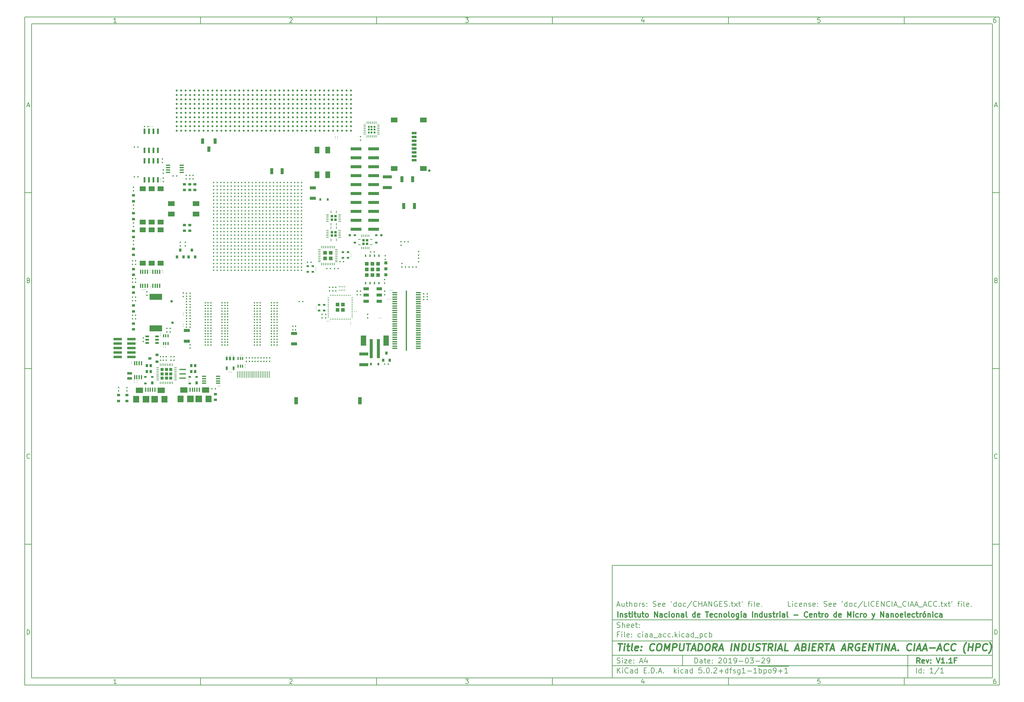
<source format=gbr>
G04 #@! TF.GenerationSoftware,KiCad,Pcbnew,5.0.2+dfsg1-1~bpo9+1*
G04 #@! TF.CreationDate,2019-03-29T14:07:49-03:00*
G04 #@! TF.ProjectId,ciaa_acc,63696161-5f61-4636-932e-6b696361645f,V1.1F*
G04 #@! TF.SameCoordinates,Original*
G04 #@! TF.FileFunction,Paste,Top*
G04 #@! TF.FilePolarity,Positive*
%FSLAX46Y46*%
G04 Gerber Fmt 4.6, Leading zero omitted, Abs format (unit mm)*
G04 Created by KiCad (PCBNEW 5.0.2+dfsg1-1~bpo9+1) date Fri 29 Mar 2019 02:07:49 PM -03*
%MOMM*%
%LPD*%
G01*
G04 APERTURE LIST*
%ADD10C,0.101600*%
%ADD11C,0.150000*%
%ADD12C,0.300000*%
%ADD13C,0.400000*%
%ADD14R,0.509200X0.509200*%
%ADD15R,0.799200X0.229200*%
%ADD16R,0.229200X0.799200*%
%ADD17R,1.029200X2.009200*%
%ADD18C,0.584200*%
%ADD19C,0.399200*%
%ADD20R,0.199200X0.649200*%
%ADD21R,0.649200X0.199200*%
%ADD22R,1.069200X1.069200*%
%ADD23R,1.749200X0.949200*%
%ADD24R,0.249200X0.229200*%
%ADD25R,0.449200X0.449200*%
%ADD26R,0.949200X1.749200*%
%ADD27R,0.229200X0.249200*%
%ADD28R,0.533400X0.635000*%
%ADD29R,0.635000X0.533400*%
%ADD30R,0.949200X0.749200*%
%ADD31R,1.346200X0.355600*%
%ADD32R,0.457200X17.221200*%
%ADD33R,0.249200X1.849200*%
%ADD34R,0.349200X1.299200*%
%ADD35R,2.049200X1.549200*%
%ADD36R,1.749200X1.849200*%
%ADD37R,1.849200X1.849200*%
%ADD38R,0.949200X5.449200*%
%ADD39R,1.549200X2.949200*%
%ADD40R,1.949200X1.399200*%
%ADD41R,1.449200X0.749200*%
%ADD42R,0.949960X0.848360*%
%ADD43R,3.549200X1.749200*%
%ADD44R,0.749200X0.949200*%
%ADD45R,0.199200X0.449200*%
%ADD46R,1.949200X1.349200*%
%ADD47R,1.349200X1.949200*%
%ADD48R,2.549200X0.949200*%
%ADD49C,0.711200*%
%ADD50R,0.736600X0.838200*%
%ADD51R,1.049200X0.549200*%
%ADD52R,0.399200X0.899200*%
%ADD53R,0.399200X1.299200*%
%ADD54R,0.549200X1.049200*%
%ADD55R,0.799200X0.219200*%
%ADD56R,0.219200X0.799200*%
%ADD57R,0.824200X0.824200*%
%ADD58R,1.299200X0.399200*%
%ADD59R,0.699200X0.909200*%
%ADD60R,0.699200X0.489200*%
%ADD61R,0.649200X0.649200*%
%ADD62R,1.729200X1.469200*%
%ADD63R,0.799200X0.599200*%
%ADD64R,0.549200X1.499200*%
%ADD65R,0.449200X0.749200*%
%ADD66R,1.549200X0.949200*%
%ADD67R,0.449200X0.199200*%
%ADD68R,1.000000X1.000000*%
%ADD69R,1.949200X0.349200*%
%ADD70R,1.349200X0.699200*%
%ADD71R,0.949200X1.549200*%
%ADD72R,2.349200X0.699200*%
%ADD73R,2.349200X0.689200*%
%ADD74R,3.099200X0.949200*%
G04 APERTURE END LIST*
D10*
D11*
X177002200Y-166007200D02*
X177002200Y-198007200D01*
X285002200Y-198007200D01*
X285002200Y-166007200D01*
X177002200Y-166007200D01*
D10*
D11*
X10000000Y-10000000D02*
X10000000Y-200007200D01*
X287002200Y-200007200D01*
X287002200Y-10000000D01*
X10000000Y-10000000D01*
D10*
D11*
X12000000Y-12000000D02*
X12000000Y-198007200D01*
X285002200Y-198007200D01*
X285002200Y-12000000D01*
X12000000Y-12000000D01*
D10*
D11*
X60000000Y-12000000D02*
X60000000Y-10000000D01*
D10*
D11*
X110000000Y-12000000D02*
X110000000Y-10000000D01*
D10*
D11*
X160000000Y-12000000D02*
X160000000Y-10000000D01*
D10*
D11*
X210000000Y-12000000D02*
X210000000Y-10000000D01*
D10*
D11*
X260000000Y-12000000D02*
X260000000Y-10000000D01*
D10*
D11*
X36065476Y-11588095D02*
X35322619Y-11588095D01*
X35694047Y-11588095D02*
X35694047Y-10288095D01*
X35570238Y-10473809D01*
X35446428Y-10597619D01*
X35322619Y-10659523D01*
D10*
D11*
X85322619Y-10411904D02*
X85384523Y-10350000D01*
X85508333Y-10288095D01*
X85817857Y-10288095D01*
X85941666Y-10350000D01*
X86003571Y-10411904D01*
X86065476Y-10535714D01*
X86065476Y-10659523D01*
X86003571Y-10845238D01*
X85260714Y-11588095D01*
X86065476Y-11588095D01*
D10*
D11*
X135260714Y-10288095D02*
X136065476Y-10288095D01*
X135632142Y-10783333D01*
X135817857Y-10783333D01*
X135941666Y-10845238D01*
X136003571Y-10907142D01*
X136065476Y-11030952D01*
X136065476Y-11340476D01*
X136003571Y-11464285D01*
X135941666Y-11526190D01*
X135817857Y-11588095D01*
X135446428Y-11588095D01*
X135322619Y-11526190D01*
X135260714Y-11464285D01*
D10*
D11*
X185941666Y-10721428D02*
X185941666Y-11588095D01*
X185632142Y-10226190D02*
X185322619Y-11154761D01*
X186127380Y-11154761D01*
D10*
D11*
X236003571Y-10288095D02*
X235384523Y-10288095D01*
X235322619Y-10907142D01*
X235384523Y-10845238D01*
X235508333Y-10783333D01*
X235817857Y-10783333D01*
X235941666Y-10845238D01*
X236003571Y-10907142D01*
X236065476Y-11030952D01*
X236065476Y-11340476D01*
X236003571Y-11464285D01*
X235941666Y-11526190D01*
X235817857Y-11588095D01*
X235508333Y-11588095D01*
X235384523Y-11526190D01*
X235322619Y-11464285D01*
D10*
D11*
X285941666Y-10288095D02*
X285694047Y-10288095D01*
X285570238Y-10350000D01*
X285508333Y-10411904D01*
X285384523Y-10597619D01*
X285322619Y-10845238D01*
X285322619Y-11340476D01*
X285384523Y-11464285D01*
X285446428Y-11526190D01*
X285570238Y-11588095D01*
X285817857Y-11588095D01*
X285941666Y-11526190D01*
X286003571Y-11464285D01*
X286065476Y-11340476D01*
X286065476Y-11030952D01*
X286003571Y-10907142D01*
X285941666Y-10845238D01*
X285817857Y-10783333D01*
X285570238Y-10783333D01*
X285446428Y-10845238D01*
X285384523Y-10907142D01*
X285322619Y-11030952D01*
D10*
D11*
X60000000Y-198007200D02*
X60000000Y-200007200D01*
D10*
D11*
X110000000Y-198007200D02*
X110000000Y-200007200D01*
D10*
D11*
X160000000Y-198007200D02*
X160000000Y-200007200D01*
D10*
D11*
X210000000Y-198007200D02*
X210000000Y-200007200D01*
D10*
D11*
X260000000Y-198007200D02*
X260000000Y-200007200D01*
D10*
D11*
X36065476Y-199595295D02*
X35322619Y-199595295D01*
X35694047Y-199595295D02*
X35694047Y-198295295D01*
X35570238Y-198481009D01*
X35446428Y-198604819D01*
X35322619Y-198666723D01*
D10*
D11*
X85322619Y-198419104D02*
X85384523Y-198357200D01*
X85508333Y-198295295D01*
X85817857Y-198295295D01*
X85941666Y-198357200D01*
X86003571Y-198419104D01*
X86065476Y-198542914D01*
X86065476Y-198666723D01*
X86003571Y-198852438D01*
X85260714Y-199595295D01*
X86065476Y-199595295D01*
D10*
D11*
X135260714Y-198295295D02*
X136065476Y-198295295D01*
X135632142Y-198790533D01*
X135817857Y-198790533D01*
X135941666Y-198852438D01*
X136003571Y-198914342D01*
X136065476Y-199038152D01*
X136065476Y-199347676D01*
X136003571Y-199471485D01*
X135941666Y-199533390D01*
X135817857Y-199595295D01*
X135446428Y-199595295D01*
X135322619Y-199533390D01*
X135260714Y-199471485D01*
D10*
D11*
X185941666Y-198728628D02*
X185941666Y-199595295D01*
X185632142Y-198233390D02*
X185322619Y-199161961D01*
X186127380Y-199161961D01*
D10*
D11*
X236003571Y-198295295D02*
X235384523Y-198295295D01*
X235322619Y-198914342D01*
X235384523Y-198852438D01*
X235508333Y-198790533D01*
X235817857Y-198790533D01*
X235941666Y-198852438D01*
X236003571Y-198914342D01*
X236065476Y-199038152D01*
X236065476Y-199347676D01*
X236003571Y-199471485D01*
X235941666Y-199533390D01*
X235817857Y-199595295D01*
X235508333Y-199595295D01*
X235384523Y-199533390D01*
X235322619Y-199471485D01*
D10*
D11*
X285941666Y-198295295D02*
X285694047Y-198295295D01*
X285570238Y-198357200D01*
X285508333Y-198419104D01*
X285384523Y-198604819D01*
X285322619Y-198852438D01*
X285322619Y-199347676D01*
X285384523Y-199471485D01*
X285446428Y-199533390D01*
X285570238Y-199595295D01*
X285817857Y-199595295D01*
X285941666Y-199533390D01*
X286003571Y-199471485D01*
X286065476Y-199347676D01*
X286065476Y-199038152D01*
X286003571Y-198914342D01*
X285941666Y-198852438D01*
X285817857Y-198790533D01*
X285570238Y-198790533D01*
X285446428Y-198852438D01*
X285384523Y-198914342D01*
X285322619Y-199038152D01*
D10*
D11*
X10000000Y-60000000D02*
X12000000Y-60000000D01*
D10*
D11*
X10000000Y-110000000D02*
X12000000Y-110000000D01*
D10*
D11*
X10000000Y-160000000D02*
X12000000Y-160000000D01*
D10*
D11*
X10690476Y-35216666D02*
X11309523Y-35216666D01*
X10566666Y-35588095D02*
X11000000Y-34288095D01*
X11433333Y-35588095D01*
D10*
D11*
X11092857Y-84907142D02*
X11278571Y-84969047D01*
X11340476Y-85030952D01*
X11402380Y-85154761D01*
X11402380Y-85340476D01*
X11340476Y-85464285D01*
X11278571Y-85526190D01*
X11154761Y-85588095D01*
X10659523Y-85588095D01*
X10659523Y-84288095D01*
X11092857Y-84288095D01*
X11216666Y-84350000D01*
X11278571Y-84411904D01*
X11340476Y-84535714D01*
X11340476Y-84659523D01*
X11278571Y-84783333D01*
X11216666Y-84845238D01*
X11092857Y-84907142D01*
X10659523Y-84907142D01*
D10*
D11*
X11402380Y-135464285D02*
X11340476Y-135526190D01*
X11154761Y-135588095D01*
X11030952Y-135588095D01*
X10845238Y-135526190D01*
X10721428Y-135402380D01*
X10659523Y-135278571D01*
X10597619Y-135030952D01*
X10597619Y-134845238D01*
X10659523Y-134597619D01*
X10721428Y-134473809D01*
X10845238Y-134350000D01*
X11030952Y-134288095D01*
X11154761Y-134288095D01*
X11340476Y-134350000D01*
X11402380Y-134411904D01*
D10*
D11*
X10659523Y-185588095D02*
X10659523Y-184288095D01*
X10969047Y-184288095D01*
X11154761Y-184350000D01*
X11278571Y-184473809D01*
X11340476Y-184597619D01*
X11402380Y-184845238D01*
X11402380Y-185030952D01*
X11340476Y-185278571D01*
X11278571Y-185402380D01*
X11154761Y-185526190D01*
X10969047Y-185588095D01*
X10659523Y-185588095D01*
D10*
D11*
X287002200Y-60000000D02*
X285002200Y-60000000D01*
D10*
D11*
X287002200Y-110000000D02*
X285002200Y-110000000D01*
D10*
D11*
X287002200Y-160000000D02*
X285002200Y-160000000D01*
D10*
D11*
X285692676Y-35216666D02*
X286311723Y-35216666D01*
X285568866Y-35588095D02*
X286002200Y-34288095D01*
X286435533Y-35588095D01*
D10*
D11*
X286095057Y-84907142D02*
X286280771Y-84969047D01*
X286342676Y-85030952D01*
X286404580Y-85154761D01*
X286404580Y-85340476D01*
X286342676Y-85464285D01*
X286280771Y-85526190D01*
X286156961Y-85588095D01*
X285661723Y-85588095D01*
X285661723Y-84288095D01*
X286095057Y-84288095D01*
X286218866Y-84350000D01*
X286280771Y-84411904D01*
X286342676Y-84535714D01*
X286342676Y-84659523D01*
X286280771Y-84783333D01*
X286218866Y-84845238D01*
X286095057Y-84907142D01*
X285661723Y-84907142D01*
D10*
D11*
X286404580Y-135464285D02*
X286342676Y-135526190D01*
X286156961Y-135588095D01*
X286033152Y-135588095D01*
X285847438Y-135526190D01*
X285723628Y-135402380D01*
X285661723Y-135278571D01*
X285599819Y-135030952D01*
X285599819Y-134845238D01*
X285661723Y-134597619D01*
X285723628Y-134473809D01*
X285847438Y-134350000D01*
X286033152Y-134288095D01*
X286156961Y-134288095D01*
X286342676Y-134350000D01*
X286404580Y-134411904D01*
D10*
D11*
X285661723Y-185588095D02*
X285661723Y-184288095D01*
X285971247Y-184288095D01*
X286156961Y-184350000D01*
X286280771Y-184473809D01*
X286342676Y-184597619D01*
X286404580Y-184845238D01*
X286404580Y-185030952D01*
X286342676Y-185278571D01*
X286280771Y-185402380D01*
X286156961Y-185526190D01*
X285971247Y-185588095D01*
X285661723Y-185588095D01*
D10*
D11*
X200434342Y-193785771D02*
X200434342Y-192285771D01*
X200791485Y-192285771D01*
X201005771Y-192357200D01*
X201148628Y-192500057D01*
X201220057Y-192642914D01*
X201291485Y-192928628D01*
X201291485Y-193142914D01*
X201220057Y-193428628D01*
X201148628Y-193571485D01*
X201005771Y-193714342D01*
X200791485Y-193785771D01*
X200434342Y-193785771D01*
X202577200Y-193785771D02*
X202577200Y-193000057D01*
X202505771Y-192857200D01*
X202362914Y-192785771D01*
X202077200Y-192785771D01*
X201934342Y-192857200D01*
X202577200Y-193714342D02*
X202434342Y-193785771D01*
X202077200Y-193785771D01*
X201934342Y-193714342D01*
X201862914Y-193571485D01*
X201862914Y-193428628D01*
X201934342Y-193285771D01*
X202077200Y-193214342D01*
X202434342Y-193214342D01*
X202577200Y-193142914D01*
X203077200Y-192785771D02*
X203648628Y-192785771D01*
X203291485Y-192285771D02*
X203291485Y-193571485D01*
X203362914Y-193714342D01*
X203505771Y-193785771D01*
X203648628Y-193785771D01*
X204720057Y-193714342D02*
X204577200Y-193785771D01*
X204291485Y-193785771D01*
X204148628Y-193714342D01*
X204077200Y-193571485D01*
X204077200Y-193000057D01*
X204148628Y-192857200D01*
X204291485Y-192785771D01*
X204577200Y-192785771D01*
X204720057Y-192857200D01*
X204791485Y-193000057D01*
X204791485Y-193142914D01*
X204077200Y-193285771D01*
X205434342Y-193642914D02*
X205505771Y-193714342D01*
X205434342Y-193785771D01*
X205362914Y-193714342D01*
X205434342Y-193642914D01*
X205434342Y-193785771D01*
X205434342Y-192857200D02*
X205505771Y-192928628D01*
X205434342Y-193000057D01*
X205362914Y-192928628D01*
X205434342Y-192857200D01*
X205434342Y-193000057D01*
X207220057Y-192428628D02*
X207291485Y-192357200D01*
X207434342Y-192285771D01*
X207791485Y-192285771D01*
X207934342Y-192357200D01*
X208005771Y-192428628D01*
X208077200Y-192571485D01*
X208077200Y-192714342D01*
X208005771Y-192928628D01*
X207148628Y-193785771D01*
X208077200Y-193785771D01*
X209005771Y-192285771D02*
X209148628Y-192285771D01*
X209291485Y-192357200D01*
X209362914Y-192428628D01*
X209434342Y-192571485D01*
X209505771Y-192857200D01*
X209505771Y-193214342D01*
X209434342Y-193500057D01*
X209362914Y-193642914D01*
X209291485Y-193714342D01*
X209148628Y-193785771D01*
X209005771Y-193785771D01*
X208862914Y-193714342D01*
X208791485Y-193642914D01*
X208720057Y-193500057D01*
X208648628Y-193214342D01*
X208648628Y-192857200D01*
X208720057Y-192571485D01*
X208791485Y-192428628D01*
X208862914Y-192357200D01*
X209005771Y-192285771D01*
X210934342Y-193785771D02*
X210077200Y-193785771D01*
X210505771Y-193785771D02*
X210505771Y-192285771D01*
X210362914Y-192500057D01*
X210220057Y-192642914D01*
X210077200Y-192714342D01*
X211648628Y-193785771D02*
X211934342Y-193785771D01*
X212077200Y-193714342D01*
X212148628Y-193642914D01*
X212291485Y-193428628D01*
X212362914Y-193142914D01*
X212362914Y-192571485D01*
X212291485Y-192428628D01*
X212220057Y-192357200D01*
X212077200Y-192285771D01*
X211791485Y-192285771D01*
X211648628Y-192357200D01*
X211577200Y-192428628D01*
X211505771Y-192571485D01*
X211505771Y-192928628D01*
X211577200Y-193071485D01*
X211648628Y-193142914D01*
X211791485Y-193214342D01*
X212077200Y-193214342D01*
X212220057Y-193142914D01*
X212291485Y-193071485D01*
X212362914Y-192928628D01*
X213005771Y-193214342D02*
X214148628Y-193214342D01*
X215148628Y-192285771D02*
X215291485Y-192285771D01*
X215434342Y-192357200D01*
X215505771Y-192428628D01*
X215577200Y-192571485D01*
X215648628Y-192857200D01*
X215648628Y-193214342D01*
X215577200Y-193500057D01*
X215505771Y-193642914D01*
X215434342Y-193714342D01*
X215291485Y-193785771D01*
X215148628Y-193785771D01*
X215005771Y-193714342D01*
X214934342Y-193642914D01*
X214862914Y-193500057D01*
X214791485Y-193214342D01*
X214791485Y-192857200D01*
X214862914Y-192571485D01*
X214934342Y-192428628D01*
X215005771Y-192357200D01*
X215148628Y-192285771D01*
X216148628Y-192285771D02*
X217077200Y-192285771D01*
X216577200Y-192857200D01*
X216791485Y-192857200D01*
X216934342Y-192928628D01*
X217005771Y-193000057D01*
X217077200Y-193142914D01*
X217077200Y-193500057D01*
X217005771Y-193642914D01*
X216934342Y-193714342D01*
X216791485Y-193785771D01*
X216362914Y-193785771D01*
X216220057Y-193714342D01*
X216148628Y-193642914D01*
X217720057Y-193214342D02*
X218862914Y-193214342D01*
X219505771Y-192428628D02*
X219577200Y-192357200D01*
X219720057Y-192285771D01*
X220077200Y-192285771D01*
X220220057Y-192357200D01*
X220291485Y-192428628D01*
X220362914Y-192571485D01*
X220362914Y-192714342D01*
X220291485Y-192928628D01*
X219434342Y-193785771D01*
X220362914Y-193785771D01*
X221077200Y-193785771D02*
X221362914Y-193785771D01*
X221505771Y-193714342D01*
X221577200Y-193642914D01*
X221720057Y-193428628D01*
X221791485Y-193142914D01*
X221791485Y-192571485D01*
X221720057Y-192428628D01*
X221648628Y-192357200D01*
X221505771Y-192285771D01*
X221220057Y-192285771D01*
X221077200Y-192357200D01*
X221005771Y-192428628D01*
X220934342Y-192571485D01*
X220934342Y-192928628D01*
X221005771Y-193071485D01*
X221077200Y-193142914D01*
X221220057Y-193214342D01*
X221505771Y-193214342D01*
X221648628Y-193142914D01*
X221720057Y-193071485D01*
X221791485Y-192928628D01*
D10*
D11*
X177002200Y-194507200D02*
X285002200Y-194507200D01*
D10*
D11*
X178434342Y-196585771D02*
X178434342Y-195085771D01*
X179291485Y-196585771D02*
X178648628Y-195728628D01*
X179291485Y-195085771D02*
X178434342Y-195942914D01*
X179934342Y-196585771D02*
X179934342Y-195585771D01*
X179934342Y-195085771D02*
X179862914Y-195157200D01*
X179934342Y-195228628D01*
X180005771Y-195157200D01*
X179934342Y-195085771D01*
X179934342Y-195228628D01*
X181505771Y-196442914D02*
X181434342Y-196514342D01*
X181220057Y-196585771D01*
X181077200Y-196585771D01*
X180862914Y-196514342D01*
X180720057Y-196371485D01*
X180648628Y-196228628D01*
X180577200Y-195942914D01*
X180577200Y-195728628D01*
X180648628Y-195442914D01*
X180720057Y-195300057D01*
X180862914Y-195157200D01*
X181077200Y-195085771D01*
X181220057Y-195085771D01*
X181434342Y-195157200D01*
X181505771Y-195228628D01*
X182791485Y-196585771D02*
X182791485Y-195800057D01*
X182720057Y-195657200D01*
X182577200Y-195585771D01*
X182291485Y-195585771D01*
X182148628Y-195657200D01*
X182791485Y-196514342D02*
X182648628Y-196585771D01*
X182291485Y-196585771D01*
X182148628Y-196514342D01*
X182077200Y-196371485D01*
X182077200Y-196228628D01*
X182148628Y-196085771D01*
X182291485Y-196014342D01*
X182648628Y-196014342D01*
X182791485Y-195942914D01*
X184148628Y-196585771D02*
X184148628Y-195085771D01*
X184148628Y-196514342D02*
X184005771Y-196585771D01*
X183720057Y-196585771D01*
X183577200Y-196514342D01*
X183505771Y-196442914D01*
X183434342Y-196300057D01*
X183434342Y-195871485D01*
X183505771Y-195728628D01*
X183577200Y-195657200D01*
X183720057Y-195585771D01*
X184005771Y-195585771D01*
X184148628Y-195657200D01*
X186005771Y-195800057D02*
X186505771Y-195800057D01*
X186720057Y-196585771D02*
X186005771Y-196585771D01*
X186005771Y-195085771D01*
X186720057Y-195085771D01*
X187362914Y-196442914D02*
X187434342Y-196514342D01*
X187362914Y-196585771D01*
X187291485Y-196514342D01*
X187362914Y-196442914D01*
X187362914Y-196585771D01*
X188077200Y-196585771D02*
X188077200Y-195085771D01*
X188434342Y-195085771D01*
X188648628Y-195157200D01*
X188791485Y-195300057D01*
X188862914Y-195442914D01*
X188934342Y-195728628D01*
X188934342Y-195942914D01*
X188862914Y-196228628D01*
X188791485Y-196371485D01*
X188648628Y-196514342D01*
X188434342Y-196585771D01*
X188077200Y-196585771D01*
X189577200Y-196442914D02*
X189648628Y-196514342D01*
X189577200Y-196585771D01*
X189505771Y-196514342D01*
X189577200Y-196442914D01*
X189577200Y-196585771D01*
X190220057Y-196157200D02*
X190934342Y-196157200D01*
X190077200Y-196585771D02*
X190577200Y-195085771D01*
X191077200Y-196585771D01*
X191577200Y-196442914D02*
X191648628Y-196514342D01*
X191577200Y-196585771D01*
X191505771Y-196514342D01*
X191577200Y-196442914D01*
X191577200Y-196585771D01*
X194577200Y-196585771D02*
X194577200Y-195085771D01*
X194720057Y-196014342D02*
X195148628Y-196585771D01*
X195148628Y-195585771D02*
X194577200Y-196157200D01*
X195791485Y-196585771D02*
X195791485Y-195585771D01*
X195791485Y-195085771D02*
X195720057Y-195157200D01*
X195791485Y-195228628D01*
X195862914Y-195157200D01*
X195791485Y-195085771D01*
X195791485Y-195228628D01*
X197148628Y-196514342D02*
X197005771Y-196585771D01*
X196720057Y-196585771D01*
X196577200Y-196514342D01*
X196505771Y-196442914D01*
X196434342Y-196300057D01*
X196434342Y-195871485D01*
X196505771Y-195728628D01*
X196577200Y-195657200D01*
X196720057Y-195585771D01*
X197005771Y-195585771D01*
X197148628Y-195657200D01*
X198434342Y-196585771D02*
X198434342Y-195800057D01*
X198362914Y-195657200D01*
X198220057Y-195585771D01*
X197934342Y-195585771D01*
X197791485Y-195657200D01*
X198434342Y-196514342D02*
X198291485Y-196585771D01*
X197934342Y-196585771D01*
X197791485Y-196514342D01*
X197720057Y-196371485D01*
X197720057Y-196228628D01*
X197791485Y-196085771D01*
X197934342Y-196014342D01*
X198291485Y-196014342D01*
X198434342Y-195942914D01*
X199791485Y-196585771D02*
X199791485Y-195085771D01*
X199791485Y-196514342D02*
X199648628Y-196585771D01*
X199362914Y-196585771D01*
X199220057Y-196514342D01*
X199148628Y-196442914D01*
X199077200Y-196300057D01*
X199077200Y-195871485D01*
X199148628Y-195728628D01*
X199220057Y-195657200D01*
X199362914Y-195585771D01*
X199648628Y-195585771D01*
X199791485Y-195657200D01*
X202362914Y-195085771D02*
X201648628Y-195085771D01*
X201577200Y-195800057D01*
X201648628Y-195728628D01*
X201791485Y-195657200D01*
X202148628Y-195657200D01*
X202291485Y-195728628D01*
X202362914Y-195800057D01*
X202434342Y-195942914D01*
X202434342Y-196300057D01*
X202362914Y-196442914D01*
X202291485Y-196514342D01*
X202148628Y-196585771D01*
X201791485Y-196585771D01*
X201648628Y-196514342D01*
X201577200Y-196442914D01*
X203077200Y-196442914D02*
X203148628Y-196514342D01*
X203077200Y-196585771D01*
X203005771Y-196514342D01*
X203077200Y-196442914D01*
X203077200Y-196585771D01*
X204077200Y-195085771D02*
X204220057Y-195085771D01*
X204362914Y-195157200D01*
X204434342Y-195228628D01*
X204505771Y-195371485D01*
X204577200Y-195657200D01*
X204577200Y-196014342D01*
X204505771Y-196300057D01*
X204434342Y-196442914D01*
X204362914Y-196514342D01*
X204220057Y-196585771D01*
X204077200Y-196585771D01*
X203934342Y-196514342D01*
X203862914Y-196442914D01*
X203791485Y-196300057D01*
X203720057Y-196014342D01*
X203720057Y-195657200D01*
X203791485Y-195371485D01*
X203862914Y-195228628D01*
X203934342Y-195157200D01*
X204077200Y-195085771D01*
X205220057Y-196442914D02*
X205291485Y-196514342D01*
X205220057Y-196585771D01*
X205148628Y-196514342D01*
X205220057Y-196442914D01*
X205220057Y-196585771D01*
X205862914Y-195228628D02*
X205934342Y-195157200D01*
X206077200Y-195085771D01*
X206434342Y-195085771D01*
X206577200Y-195157200D01*
X206648628Y-195228628D01*
X206720057Y-195371485D01*
X206720057Y-195514342D01*
X206648628Y-195728628D01*
X205791485Y-196585771D01*
X206720057Y-196585771D01*
X207362914Y-196014342D02*
X208505771Y-196014342D01*
X207934342Y-196585771D02*
X207934342Y-195442914D01*
X209862914Y-196585771D02*
X209862914Y-195085771D01*
X209862914Y-196514342D02*
X209720057Y-196585771D01*
X209434342Y-196585771D01*
X209291485Y-196514342D01*
X209220057Y-196442914D01*
X209148628Y-196300057D01*
X209148628Y-195871485D01*
X209220057Y-195728628D01*
X209291485Y-195657200D01*
X209434342Y-195585771D01*
X209720057Y-195585771D01*
X209862914Y-195657200D01*
X210362914Y-195585771D02*
X210934342Y-195585771D01*
X210577200Y-196585771D02*
X210577200Y-195300057D01*
X210648628Y-195157200D01*
X210791485Y-195085771D01*
X210934342Y-195085771D01*
X211362914Y-196514342D02*
X211505771Y-196585771D01*
X211791485Y-196585771D01*
X211934342Y-196514342D01*
X212005771Y-196371485D01*
X212005771Y-196300057D01*
X211934342Y-196157200D01*
X211791485Y-196085771D01*
X211577200Y-196085771D01*
X211434342Y-196014342D01*
X211362914Y-195871485D01*
X211362914Y-195800057D01*
X211434342Y-195657200D01*
X211577200Y-195585771D01*
X211791485Y-195585771D01*
X211934342Y-195657200D01*
X213291485Y-195585771D02*
X213291485Y-196800057D01*
X213220057Y-196942914D01*
X213148628Y-197014342D01*
X213005771Y-197085771D01*
X212791485Y-197085771D01*
X212648628Y-197014342D01*
X213291485Y-196514342D02*
X213148628Y-196585771D01*
X212862914Y-196585771D01*
X212720057Y-196514342D01*
X212648628Y-196442914D01*
X212577200Y-196300057D01*
X212577200Y-195871485D01*
X212648628Y-195728628D01*
X212720057Y-195657200D01*
X212862914Y-195585771D01*
X213148628Y-195585771D01*
X213291485Y-195657200D01*
X214791485Y-196585771D02*
X213934342Y-196585771D01*
X214362914Y-196585771D02*
X214362914Y-195085771D01*
X214220057Y-195300057D01*
X214077200Y-195442914D01*
X213934342Y-195514342D01*
X215434342Y-196014342D02*
X216577200Y-196014342D01*
X218077200Y-196585771D02*
X217220057Y-196585771D01*
X217648628Y-196585771D02*
X217648628Y-195085771D01*
X217505771Y-195300057D01*
X217362914Y-195442914D01*
X217220057Y-195514342D01*
X218362914Y-194677200D02*
X219720057Y-194677200D01*
X218720057Y-196585771D02*
X218720057Y-195085771D01*
X218720057Y-195657200D02*
X218862914Y-195585771D01*
X219148628Y-195585771D01*
X219291485Y-195657200D01*
X219362914Y-195728628D01*
X219434342Y-195871485D01*
X219434342Y-196300057D01*
X219362914Y-196442914D01*
X219291485Y-196514342D01*
X219148628Y-196585771D01*
X218862914Y-196585771D01*
X218720057Y-196514342D01*
X219720057Y-194677200D02*
X221077200Y-194677200D01*
X220077200Y-195585771D02*
X220077200Y-197085771D01*
X220077200Y-195657200D02*
X220220057Y-195585771D01*
X220505771Y-195585771D01*
X220648628Y-195657200D01*
X220720057Y-195728628D01*
X220791485Y-195871485D01*
X220791485Y-196300057D01*
X220720057Y-196442914D01*
X220648628Y-196514342D01*
X220505771Y-196585771D01*
X220220057Y-196585771D01*
X220077200Y-196514342D01*
X221077200Y-194677200D02*
X222434342Y-194677200D01*
X221648628Y-196585771D02*
X221505771Y-196514342D01*
X221434342Y-196442914D01*
X221362914Y-196300057D01*
X221362914Y-195871485D01*
X221434342Y-195728628D01*
X221505771Y-195657200D01*
X221648628Y-195585771D01*
X221862914Y-195585771D01*
X222005771Y-195657200D01*
X222077200Y-195728628D01*
X222148628Y-195871485D01*
X222148628Y-196300057D01*
X222077200Y-196442914D01*
X222005771Y-196514342D01*
X221862914Y-196585771D01*
X221648628Y-196585771D01*
X222434342Y-194677200D02*
X223862914Y-194677200D01*
X222862914Y-196585771D02*
X223148628Y-196585771D01*
X223291485Y-196514342D01*
X223362914Y-196442914D01*
X223505771Y-196228628D01*
X223577200Y-195942914D01*
X223577200Y-195371485D01*
X223505771Y-195228628D01*
X223434342Y-195157200D01*
X223291485Y-195085771D01*
X223005771Y-195085771D01*
X222862914Y-195157200D01*
X222791485Y-195228628D01*
X222720057Y-195371485D01*
X222720057Y-195728628D01*
X222791485Y-195871485D01*
X222862914Y-195942914D01*
X223005771Y-196014342D01*
X223291485Y-196014342D01*
X223434342Y-195942914D01*
X223505771Y-195871485D01*
X223577200Y-195728628D01*
X223862914Y-194677200D02*
X225720057Y-194677200D01*
X224220057Y-196014342D02*
X225362914Y-196014342D01*
X224791485Y-196585771D02*
X224791485Y-195442914D01*
X225720057Y-194677200D02*
X227148628Y-194677200D01*
X226862914Y-196585771D02*
X226005771Y-196585771D01*
X226434342Y-196585771D02*
X226434342Y-195085771D01*
X226291485Y-195300057D01*
X226148628Y-195442914D01*
X226005771Y-195514342D01*
D10*
D11*
X177002200Y-191507200D02*
X285002200Y-191507200D01*
D10*
D12*
X264411485Y-193785771D02*
X263911485Y-193071485D01*
X263554342Y-193785771D02*
X263554342Y-192285771D01*
X264125771Y-192285771D01*
X264268628Y-192357200D01*
X264340057Y-192428628D01*
X264411485Y-192571485D01*
X264411485Y-192785771D01*
X264340057Y-192928628D01*
X264268628Y-193000057D01*
X264125771Y-193071485D01*
X263554342Y-193071485D01*
X265625771Y-193714342D02*
X265482914Y-193785771D01*
X265197200Y-193785771D01*
X265054342Y-193714342D01*
X264982914Y-193571485D01*
X264982914Y-193000057D01*
X265054342Y-192857200D01*
X265197200Y-192785771D01*
X265482914Y-192785771D01*
X265625771Y-192857200D01*
X265697200Y-193000057D01*
X265697200Y-193142914D01*
X264982914Y-193285771D01*
X266197200Y-192785771D02*
X266554342Y-193785771D01*
X266911485Y-192785771D01*
X267482914Y-193642914D02*
X267554342Y-193714342D01*
X267482914Y-193785771D01*
X267411485Y-193714342D01*
X267482914Y-193642914D01*
X267482914Y-193785771D01*
X267482914Y-192857200D02*
X267554342Y-192928628D01*
X267482914Y-193000057D01*
X267411485Y-192928628D01*
X267482914Y-192857200D01*
X267482914Y-193000057D01*
X269125771Y-192285771D02*
X269625771Y-193785771D01*
X270125771Y-192285771D01*
X271411485Y-193785771D02*
X270554342Y-193785771D01*
X270982914Y-193785771D02*
X270982914Y-192285771D01*
X270840057Y-192500057D01*
X270697200Y-192642914D01*
X270554342Y-192714342D01*
X272054342Y-193642914D02*
X272125771Y-193714342D01*
X272054342Y-193785771D01*
X271982914Y-193714342D01*
X272054342Y-193642914D01*
X272054342Y-193785771D01*
X273554342Y-193785771D02*
X272697200Y-193785771D01*
X273125771Y-193785771D02*
X273125771Y-192285771D01*
X272982914Y-192500057D01*
X272840057Y-192642914D01*
X272697200Y-192714342D01*
X274697200Y-193000057D02*
X274197200Y-193000057D01*
X274197200Y-193785771D02*
X274197200Y-192285771D01*
X274911485Y-192285771D01*
D10*
D11*
X178362914Y-193714342D02*
X178577200Y-193785771D01*
X178934342Y-193785771D01*
X179077200Y-193714342D01*
X179148628Y-193642914D01*
X179220057Y-193500057D01*
X179220057Y-193357200D01*
X179148628Y-193214342D01*
X179077200Y-193142914D01*
X178934342Y-193071485D01*
X178648628Y-193000057D01*
X178505771Y-192928628D01*
X178434342Y-192857200D01*
X178362914Y-192714342D01*
X178362914Y-192571485D01*
X178434342Y-192428628D01*
X178505771Y-192357200D01*
X178648628Y-192285771D01*
X179005771Y-192285771D01*
X179220057Y-192357200D01*
X179862914Y-193785771D02*
X179862914Y-192785771D01*
X179862914Y-192285771D02*
X179791485Y-192357200D01*
X179862914Y-192428628D01*
X179934342Y-192357200D01*
X179862914Y-192285771D01*
X179862914Y-192428628D01*
X180434342Y-192785771D02*
X181220057Y-192785771D01*
X180434342Y-193785771D01*
X181220057Y-193785771D01*
X182362914Y-193714342D02*
X182220057Y-193785771D01*
X181934342Y-193785771D01*
X181791485Y-193714342D01*
X181720057Y-193571485D01*
X181720057Y-193000057D01*
X181791485Y-192857200D01*
X181934342Y-192785771D01*
X182220057Y-192785771D01*
X182362914Y-192857200D01*
X182434342Y-193000057D01*
X182434342Y-193142914D01*
X181720057Y-193285771D01*
X183077200Y-193642914D02*
X183148628Y-193714342D01*
X183077200Y-193785771D01*
X183005771Y-193714342D01*
X183077200Y-193642914D01*
X183077200Y-193785771D01*
X183077200Y-192857200D02*
X183148628Y-192928628D01*
X183077200Y-193000057D01*
X183005771Y-192928628D01*
X183077200Y-192857200D01*
X183077200Y-193000057D01*
X184862914Y-193357200D02*
X185577200Y-193357200D01*
X184720057Y-193785771D02*
X185220057Y-192285771D01*
X185720057Y-193785771D01*
X186862914Y-192785771D02*
X186862914Y-193785771D01*
X186505771Y-192214342D02*
X186148628Y-193285771D01*
X187077200Y-193285771D01*
D10*
D11*
X263434342Y-196585771D02*
X263434342Y-195085771D01*
X264791485Y-196585771D02*
X264791485Y-195085771D01*
X264791485Y-196514342D02*
X264648628Y-196585771D01*
X264362914Y-196585771D01*
X264220057Y-196514342D01*
X264148628Y-196442914D01*
X264077200Y-196300057D01*
X264077200Y-195871485D01*
X264148628Y-195728628D01*
X264220057Y-195657200D01*
X264362914Y-195585771D01*
X264648628Y-195585771D01*
X264791485Y-195657200D01*
X265505771Y-196442914D02*
X265577200Y-196514342D01*
X265505771Y-196585771D01*
X265434342Y-196514342D01*
X265505771Y-196442914D01*
X265505771Y-196585771D01*
X265505771Y-195657200D02*
X265577200Y-195728628D01*
X265505771Y-195800057D01*
X265434342Y-195728628D01*
X265505771Y-195657200D01*
X265505771Y-195800057D01*
X268148628Y-196585771D02*
X267291485Y-196585771D01*
X267720057Y-196585771D02*
X267720057Y-195085771D01*
X267577200Y-195300057D01*
X267434342Y-195442914D01*
X267291485Y-195514342D01*
X269862914Y-195014342D02*
X268577200Y-196942914D01*
X271148628Y-196585771D02*
X270291485Y-196585771D01*
X270720057Y-196585771D02*
X270720057Y-195085771D01*
X270577200Y-195300057D01*
X270434342Y-195442914D01*
X270291485Y-195514342D01*
D10*
D11*
X177002200Y-187507200D02*
X285002200Y-187507200D01*
D10*
D13*
X178714580Y-188211961D02*
X179857438Y-188211961D01*
X179036009Y-190211961D02*
X179286009Y-188211961D01*
X180274104Y-190211961D02*
X180440771Y-188878628D01*
X180524104Y-188211961D02*
X180416961Y-188307200D01*
X180500295Y-188402438D01*
X180607438Y-188307200D01*
X180524104Y-188211961D01*
X180500295Y-188402438D01*
X181107438Y-188878628D02*
X181869342Y-188878628D01*
X181476485Y-188211961D02*
X181262200Y-189926247D01*
X181333628Y-190116723D01*
X181512200Y-190211961D01*
X181702676Y-190211961D01*
X182655057Y-190211961D02*
X182476485Y-190116723D01*
X182405057Y-189926247D01*
X182619342Y-188211961D01*
X184190771Y-190116723D02*
X183988390Y-190211961D01*
X183607438Y-190211961D01*
X183428866Y-190116723D01*
X183357438Y-189926247D01*
X183452676Y-189164342D01*
X183571723Y-188973866D01*
X183774104Y-188878628D01*
X184155057Y-188878628D01*
X184333628Y-188973866D01*
X184405057Y-189164342D01*
X184381247Y-189354819D01*
X183405057Y-189545295D01*
X185155057Y-190021485D02*
X185238390Y-190116723D01*
X185131247Y-190211961D01*
X185047914Y-190116723D01*
X185155057Y-190021485D01*
X185131247Y-190211961D01*
X185286009Y-188973866D02*
X185369342Y-189069104D01*
X185262200Y-189164342D01*
X185178866Y-189069104D01*
X185286009Y-188973866D01*
X185262200Y-189164342D01*
X188774104Y-190021485D02*
X188666961Y-190116723D01*
X188369342Y-190211961D01*
X188178866Y-190211961D01*
X187905057Y-190116723D01*
X187738390Y-189926247D01*
X187666961Y-189735771D01*
X187619342Y-189354819D01*
X187655057Y-189069104D01*
X187797914Y-188688152D01*
X187916961Y-188497676D01*
X188131247Y-188307200D01*
X188428866Y-188211961D01*
X188619342Y-188211961D01*
X188893152Y-188307200D01*
X188976485Y-188402438D01*
X190238390Y-188211961D02*
X190619342Y-188211961D01*
X190797914Y-188307200D01*
X190964580Y-188497676D01*
X191012200Y-188878628D01*
X190928866Y-189545295D01*
X190786009Y-189926247D01*
X190571723Y-190116723D01*
X190369342Y-190211961D01*
X189988390Y-190211961D01*
X189809819Y-190116723D01*
X189643152Y-189926247D01*
X189595533Y-189545295D01*
X189678866Y-188878628D01*
X189821723Y-188497676D01*
X190036009Y-188307200D01*
X190238390Y-188211961D01*
X191702676Y-190211961D02*
X191952676Y-188211961D01*
X192440771Y-189640533D01*
X193286009Y-188211961D01*
X193036009Y-190211961D01*
X193988390Y-190211961D02*
X194238390Y-188211961D01*
X195000295Y-188211961D01*
X195178866Y-188307200D01*
X195262200Y-188402438D01*
X195333628Y-188592914D01*
X195297914Y-188878628D01*
X195178866Y-189069104D01*
X195071723Y-189164342D01*
X194869342Y-189259580D01*
X194107438Y-189259580D01*
X196238390Y-188211961D02*
X196036009Y-189831009D01*
X196107438Y-190021485D01*
X196190771Y-190116723D01*
X196369342Y-190211961D01*
X196750295Y-190211961D01*
X196952676Y-190116723D01*
X197059819Y-190021485D01*
X197178866Y-189831009D01*
X197381247Y-188211961D01*
X198047914Y-188211961D02*
X199190771Y-188211961D01*
X198369342Y-190211961D02*
X198619342Y-188211961D01*
X199583628Y-189640533D02*
X200536009Y-189640533D01*
X199321723Y-190211961D02*
X200238390Y-188211961D01*
X200655057Y-190211961D01*
X201321723Y-190211961D02*
X201571723Y-188211961D01*
X202047914Y-188211961D01*
X202321723Y-188307200D01*
X202488390Y-188497676D01*
X202559819Y-188688152D01*
X202607438Y-189069104D01*
X202571723Y-189354819D01*
X202428866Y-189735771D01*
X202309819Y-189926247D01*
X202095533Y-190116723D01*
X201797914Y-190211961D01*
X201321723Y-190211961D01*
X203952676Y-188211961D02*
X204333628Y-188211961D01*
X204512200Y-188307200D01*
X204678866Y-188497676D01*
X204726485Y-188878628D01*
X204643152Y-189545295D01*
X204500295Y-189926247D01*
X204286009Y-190116723D01*
X204083628Y-190211961D01*
X203702676Y-190211961D01*
X203524104Y-190116723D01*
X203357438Y-189926247D01*
X203309819Y-189545295D01*
X203393152Y-188878628D01*
X203536009Y-188497676D01*
X203750295Y-188307200D01*
X203952676Y-188211961D01*
X206559819Y-190211961D02*
X206012200Y-189259580D01*
X205416961Y-190211961D02*
X205666961Y-188211961D01*
X206428866Y-188211961D01*
X206607438Y-188307200D01*
X206690771Y-188402438D01*
X206762200Y-188592914D01*
X206726485Y-188878628D01*
X206607438Y-189069104D01*
X206500295Y-189164342D01*
X206297914Y-189259580D01*
X205536009Y-189259580D01*
X207393152Y-189640533D02*
X208345533Y-189640533D01*
X207131247Y-190211961D02*
X208047914Y-188211961D01*
X208464580Y-190211961D01*
X210655057Y-190211961D02*
X210905057Y-188211961D01*
X211607438Y-190211961D02*
X211857438Y-188211961D01*
X212750295Y-190211961D01*
X213000295Y-188211961D01*
X213702676Y-190211961D02*
X213952676Y-188211961D01*
X214428866Y-188211961D01*
X214702676Y-188307200D01*
X214869342Y-188497676D01*
X214940771Y-188688152D01*
X214988390Y-189069104D01*
X214952676Y-189354819D01*
X214809819Y-189735771D01*
X214690771Y-189926247D01*
X214476485Y-190116723D01*
X214178866Y-190211961D01*
X213702676Y-190211961D01*
X215952676Y-188211961D02*
X215750295Y-189831009D01*
X215821723Y-190021485D01*
X215905057Y-190116723D01*
X216083628Y-190211961D01*
X216464580Y-190211961D01*
X216666961Y-190116723D01*
X216774104Y-190021485D01*
X216893152Y-189831009D01*
X217095533Y-188211961D01*
X217714580Y-190116723D02*
X217988390Y-190211961D01*
X218464580Y-190211961D01*
X218666961Y-190116723D01*
X218774104Y-190021485D01*
X218893152Y-189831009D01*
X218916961Y-189640533D01*
X218845533Y-189450057D01*
X218762200Y-189354819D01*
X218583628Y-189259580D01*
X218214580Y-189164342D01*
X218036009Y-189069104D01*
X217952676Y-188973866D01*
X217881247Y-188783390D01*
X217905057Y-188592914D01*
X218024104Y-188402438D01*
X218131247Y-188307200D01*
X218333628Y-188211961D01*
X218809819Y-188211961D01*
X219083628Y-188307200D01*
X219666961Y-188211961D02*
X220809819Y-188211961D01*
X219988390Y-190211961D02*
X220238390Y-188211961D01*
X222369342Y-190211961D02*
X221821723Y-189259580D01*
X221226485Y-190211961D02*
X221476485Y-188211961D01*
X222238390Y-188211961D01*
X222416961Y-188307200D01*
X222500295Y-188402438D01*
X222571723Y-188592914D01*
X222536009Y-188878628D01*
X222416961Y-189069104D01*
X222309819Y-189164342D01*
X222107438Y-189259580D01*
X221345533Y-189259580D01*
X223226485Y-190211961D02*
X223476485Y-188211961D01*
X224155057Y-189640533D02*
X225107438Y-189640533D01*
X223893152Y-190211961D02*
X224809819Y-188211961D01*
X225226485Y-190211961D01*
X226845533Y-190211961D02*
X225893152Y-190211961D01*
X226143152Y-188211961D01*
X229012200Y-189640533D02*
X229964580Y-189640533D01*
X228750295Y-190211961D02*
X229666961Y-188211961D01*
X230083628Y-190211961D01*
X231547914Y-189164342D02*
X231821723Y-189259580D01*
X231905057Y-189354819D01*
X231976485Y-189545295D01*
X231940771Y-189831009D01*
X231821723Y-190021485D01*
X231714580Y-190116723D01*
X231512200Y-190211961D01*
X230750295Y-190211961D01*
X231000295Y-188211961D01*
X231666961Y-188211961D01*
X231845533Y-188307200D01*
X231928866Y-188402438D01*
X232000295Y-188592914D01*
X231976485Y-188783390D01*
X231857438Y-188973866D01*
X231750295Y-189069104D01*
X231547914Y-189164342D01*
X230881247Y-189164342D01*
X232750295Y-190211961D02*
X233000295Y-188211961D01*
X233833628Y-189164342D02*
X234500295Y-189164342D01*
X234655057Y-190211961D02*
X233702676Y-190211961D01*
X233952676Y-188211961D01*
X234905057Y-188211961D01*
X236655057Y-190211961D02*
X236107438Y-189259580D01*
X235512200Y-190211961D02*
X235762200Y-188211961D01*
X236524104Y-188211961D01*
X236702676Y-188307200D01*
X236786009Y-188402438D01*
X236857438Y-188592914D01*
X236821723Y-188878628D01*
X236702676Y-189069104D01*
X236595533Y-189164342D01*
X236393152Y-189259580D01*
X235631247Y-189259580D01*
X237476485Y-188211961D02*
X238619342Y-188211961D01*
X237797914Y-190211961D02*
X238047914Y-188211961D01*
X239012200Y-189640533D02*
X239964580Y-189640533D01*
X238750295Y-190211961D02*
X239666961Y-188211961D01*
X240083628Y-190211961D01*
X242250295Y-189640533D02*
X243202676Y-189640533D01*
X241988390Y-190211961D02*
X242905057Y-188211961D01*
X243321723Y-190211961D01*
X245131247Y-190211961D02*
X244583628Y-189259580D01*
X243988390Y-190211961D02*
X244238390Y-188211961D01*
X245000295Y-188211961D01*
X245178866Y-188307200D01*
X245262200Y-188402438D01*
X245333628Y-188592914D01*
X245297914Y-188878628D01*
X245178866Y-189069104D01*
X245071723Y-189164342D01*
X244869342Y-189259580D01*
X244107438Y-189259580D01*
X247274104Y-188307200D02*
X247095533Y-188211961D01*
X246809819Y-188211961D01*
X246512200Y-188307200D01*
X246297914Y-188497676D01*
X246178866Y-188688152D01*
X246036009Y-189069104D01*
X246000295Y-189354819D01*
X246047914Y-189735771D01*
X246119342Y-189926247D01*
X246286009Y-190116723D01*
X246559819Y-190211961D01*
X246750295Y-190211961D01*
X247047914Y-190116723D01*
X247155057Y-190021485D01*
X247238390Y-189354819D01*
X246857438Y-189354819D01*
X248119342Y-189164342D02*
X248786009Y-189164342D01*
X248940771Y-190211961D02*
X247988390Y-190211961D01*
X248238390Y-188211961D01*
X249190771Y-188211961D01*
X249797914Y-190211961D02*
X250047914Y-188211961D01*
X250940771Y-190211961D01*
X251190771Y-188211961D01*
X251857438Y-188211961D02*
X253000295Y-188211961D01*
X252178866Y-190211961D02*
X252428866Y-188211961D01*
X253416961Y-190211961D02*
X253666961Y-188211961D01*
X254369342Y-190211961D02*
X254619342Y-188211961D01*
X255512199Y-190211961D01*
X255762199Y-188211961D01*
X256440771Y-189640533D02*
X257393152Y-189640533D01*
X256178866Y-190211961D02*
X257095533Y-188211961D01*
X257512199Y-190211961D01*
X258202676Y-190021485D02*
X258286009Y-190116723D01*
X258178866Y-190211961D01*
X258095533Y-190116723D01*
X258202676Y-190021485D01*
X258178866Y-190211961D01*
X261821723Y-190021485D02*
X261714580Y-190116723D01*
X261416961Y-190211961D01*
X261226485Y-190211961D01*
X260952676Y-190116723D01*
X260786009Y-189926247D01*
X260714580Y-189735771D01*
X260666961Y-189354819D01*
X260702676Y-189069104D01*
X260845533Y-188688152D01*
X260964580Y-188497676D01*
X261178866Y-188307200D01*
X261476485Y-188211961D01*
X261666961Y-188211961D01*
X261940771Y-188307200D01*
X262024104Y-188402438D01*
X262655057Y-190211961D02*
X262905057Y-188211961D01*
X263583628Y-189640533D02*
X264536009Y-189640533D01*
X263321723Y-190211961D02*
X264238390Y-188211961D01*
X264655057Y-190211961D01*
X265297914Y-189640533D02*
X266250295Y-189640533D01*
X265036009Y-190211961D02*
X265952676Y-188211961D01*
X266369342Y-190211961D01*
X267131247Y-189450057D02*
X268655057Y-189450057D01*
X269488390Y-189640533D02*
X270440771Y-189640533D01*
X269226485Y-190211961D02*
X270143152Y-188211961D01*
X270559819Y-190211961D01*
X272393152Y-190021485D02*
X272286009Y-190116723D01*
X271988390Y-190211961D01*
X271797914Y-190211961D01*
X271524104Y-190116723D01*
X271357438Y-189926247D01*
X271286009Y-189735771D01*
X271238390Y-189354819D01*
X271274104Y-189069104D01*
X271416961Y-188688152D01*
X271536009Y-188497676D01*
X271750295Y-188307200D01*
X272047914Y-188211961D01*
X272238390Y-188211961D01*
X272512200Y-188307200D01*
X272595533Y-188402438D01*
X274393152Y-190021485D02*
X274286009Y-190116723D01*
X273988390Y-190211961D01*
X273797914Y-190211961D01*
X273524104Y-190116723D01*
X273357438Y-189926247D01*
X273286009Y-189735771D01*
X273238390Y-189354819D01*
X273274104Y-189069104D01*
X273416961Y-188688152D01*
X273536009Y-188497676D01*
X273750295Y-188307200D01*
X274047914Y-188211961D01*
X274238390Y-188211961D01*
X274512200Y-188307200D01*
X274595533Y-188402438D01*
X277226485Y-190973866D02*
X277143152Y-190878628D01*
X276988390Y-190592914D01*
X276916961Y-190402438D01*
X276857438Y-190116723D01*
X276821723Y-189640533D01*
X276869342Y-189259580D01*
X277024104Y-188783390D01*
X277155057Y-188497676D01*
X277274104Y-188307200D01*
X277500295Y-188021485D01*
X277607438Y-187926247D01*
X278083628Y-190211961D02*
X278333628Y-188211961D01*
X278214580Y-189164342D02*
X279357438Y-189164342D01*
X279226485Y-190211961D02*
X279476485Y-188211961D01*
X280178866Y-190211961D02*
X280428866Y-188211961D01*
X281190771Y-188211961D01*
X281369342Y-188307200D01*
X281452676Y-188402438D01*
X281524104Y-188592914D01*
X281488390Y-188878628D01*
X281369342Y-189069104D01*
X281262200Y-189164342D01*
X281059819Y-189259580D01*
X280297914Y-189259580D01*
X283345533Y-190021485D02*
X283238390Y-190116723D01*
X282940771Y-190211961D01*
X282750295Y-190211961D01*
X282476485Y-190116723D01*
X282309819Y-189926247D01*
X282238390Y-189735771D01*
X282190771Y-189354819D01*
X282226485Y-189069104D01*
X282369342Y-188688152D01*
X282488390Y-188497676D01*
X282702676Y-188307200D01*
X283000295Y-188211961D01*
X283190771Y-188211961D01*
X283464580Y-188307200D01*
X283547914Y-188402438D01*
X283893152Y-190973866D02*
X284000295Y-190878628D01*
X284226485Y-190592914D01*
X284345533Y-190402438D01*
X284476485Y-190116723D01*
X284631247Y-189640533D01*
X284678866Y-189259580D01*
X284643152Y-188783390D01*
X284583628Y-188497676D01*
X284512200Y-188307200D01*
X284357438Y-188021485D01*
X284274104Y-187926247D01*
D10*
D11*
X178934342Y-185600057D02*
X178434342Y-185600057D01*
X178434342Y-186385771D02*
X178434342Y-184885771D01*
X179148628Y-184885771D01*
X179720057Y-186385771D02*
X179720057Y-185385771D01*
X179720057Y-184885771D02*
X179648628Y-184957200D01*
X179720057Y-185028628D01*
X179791485Y-184957200D01*
X179720057Y-184885771D01*
X179720057Y-185028628D01*
X180648628Y-186385771D02*
X180505771Y-186314342D01*
X180434342Y-186171485D01*
X180434342Y-184885771D01*
X181791485Y-186314342D02*
X181648628Y-186385771D01*
X181362914Y-186385771D01*
X181220057Y-186314342D01*
X181148628Y-186171485D01*
X181148628Y-185600057D01*
X181220057Y-185457200D01*
X181362914Y-185385771D01*
X181648628Y-185385771D01*
X181791485Y-185457200D01*
X181862914Y-185600057D01*
X181862914Y-185742914D01*
X181148628Y-185885771D01*
X182505771Y-186242914D02*
X182577200Y-186314342D01*
X182505771Y-186385771D01*
X182434342Y-186314342D01*
X182505771Y-186242914D01*
X182505771Y-186385771D01*
X182505771Y-185457200D02*
X182577200Y-185528628D01*
X182505771Y-185600057D01*
X182434342Y-185528628D01*
X182505771Y-185457200D01*
X182505771Y-185600057D01*
X185005771Y-186314342D02*
X184862914Y-186385771D01*
X184577200Y-186385771D01*
X184434342Y-186314342D01*
X184362914Y-186242914D01*
X184291485Y-186100057D01*
X184291485Y-185671485D01*
X184362914Y-185528628D01*
X184434342Y-185457200D01*
X184577200Y-185385771D01*
X184862914Y-185385771D01*
X185005771Y-185457200D01*
X185648628Y-186385771D02*
X185648628Y-185385771D01*
X185648628Y-184885771D02*
X185577200Y-184957200D01*
X185648628Y-185028628D01*
X185720057Y-184957200D01*
X185648628Y-184885771D01*
X185648628Y-185028628D01*
X187005771Y-186385771D02*
X187005771Y-185600057D01*
X186934342Y-185457200D01*
X186791485Y-185385771D01*
X186505771Y-185385771D01*
X186362914Y-185457200D01*
X187005771Y-186314342D02*
X186862914Y-186385771D01*
X186505771Y-186385771D01*
X186362914Y-186314342D01*
X186291485Y-186171485D01*
X186291485Y-186028628D01*
X186362914Y-185885771D01*
X186505771Y-185814342D01*
X186862914Y-185814342D01*
X187005771Y-185742914D01*
X188362914Y-186385771D02*
X188362914Y-185600057D01*
X188291485Y-185457200D01*
X188148628Y-185385771D01*
X187862914Y-185385771D01*
X187720057Y-185457200D01*
X188362914Y-186314342D02*
X188220057Y-186385771D01*
X187862914Y-186385771D01*
X187720057Y-186314342D01*
X187648628Y-186171485D01*
X187648628Y-186028628D01*
X187720057Y-185885771D01*
X187862914Y-185814342D01*
X188220057Y-185814342D01*
X188362914Y-185742914D01*
X188720057Y-186528628D02*
X189862914Y-186528628D01*
X190862914Y-186385771D02*
X190862914Y-185600057D01*
X190791485Y-185457200D01*
X190648628Y-185385771D01*
X190362914Y-185385771D01*
X190220057Y-185457200D01*
X190862914Y-186314342D02*
X190720057Y-186385771D01*
X190362914Y-186385771D01*
X190220057Y-186314342D01*
X190148628Y-186171485D01*
X190148628Y-186028628D01*
X190220057Y-185885771D01*
X190362914Y-185814342D01*
X190720057Y-185814342D01*
X190862914Y-185742914D01*
X192220057Y-186314342D02*
X192077200Y-186385771D01*
X191791485Y-186385771D01*
X191648628Y-186314342D01*
X191577200Y-186242914D01*
X191505771Y-186100057D01*
X191505771Y-185671485D01*
X191577200Y-185528628D01*
X191648628Y-185457200D01*
X191791485Y-185385771D01*
X192077200Y-185385771D01*
X192220057Y-185457200D01*
X193505771Y-186314342D02*
X193362914Y-186385771D01*
X193077200Y-186385771D01*
X192934342Y-186314342D01*
X192862914Y-186242914D01*
X192791485Y-186100057D01*
X192791485Y-185671485D01*
X192862914Y-185528628D01*
X192934342Y-185457200D01*
X193077200Y-185385771D01*
X193362914Y-185385771D01*
X193505771Y-185457200D01*
X194148628Y-186242914D02*
X194220057Y-186314342D01*
X194148628Y-186385771D01*
X194077200Y-186314342D01*
X194148628Y-186242914D01*
X194148628Y-186385771D01*
X194862914Y-186385771D02*
X194862914Y-184885771D01*
X195005771Y-185814342D02*
X195434342Y-186385771D01*
X195434342Y-185385771D02*
X194862914Y-185957200D01*
X196077200Y-186385771D02*
X196077200Y-185385771D01*
X196077200Y-184885771D02*
X196005771Y-184957200D01*
X196077200Y-185028628D01*
X196148628Y-184957200D01*
X196077200Y-184885771D01*
X196077200Y-185028628D01*
X197434342Y-186314342D02*
X197291485Y-186385771D01*
X197005771Y-186385771D01*
X196862914Y-186314342D01*
X196791485Y-186242914D01*
X196720057Y-186100057D01*
X196720057Y-185671485D01*
X196791485Y-185528628D01*
X196862914Y-185457200D01*
X197005771Y-185385771D01*
X197291485Y-185385771D01*
X197434342Y-185457200D01*
X198720057Y-186385771D02*
X198720057Y-185600057D01*
X198648628Y-185457200D01*
X198505771Y-185385771D01*
X198220057Y-185385771D01*
X198077200Y-185457200D01*
X198720057Y-186314342D02*
X198577200Y-186385771D01*
X198220057Y-186385771D01*
X198077200Y-186314342D01*
X198005771Y-186171485D01*
X198005771Y-186028628D01*
X198077200Y-185885771D01*
X198220057Y-185814342D01*
X198577200Y-185814342D01*
X198720057Y-185742914D01*
X200077200Y-186385771D02*
X200077200Y-184885771D01*
X200077200Y-186314342D02*
X199934342Y-186385771D01*
X199648628Y-186385771D01*
X199505771Y-186314342D01*
X199434342Y-186242914D01*
X199362914Y-186100057D01*
X199362914Y-185671485D01*
X199434342Y-185528628D01*
X199505771Y-185457200D01*
X199648628Y-185385771D01*
X199934342Y-185385771D01*
X200077200Y-185457200D01*
X200434342Y-186528628D02*
X201577200Y-186528628D01*
X201934342Y-185385771D02*
X201934342Y-186885771D01*
X201934342Y-185457200D02*
X202077200Y-185385771D01*
X202362914Y-185385771D01*
X202505771Y-185457200D01*
X202577200Y-185528628D01*
X202648628Y-185671485D01*
X202648628Y-186100057D01*
X202577200Y-186242914D01*
X202505771Y-186314342D01*
X202362914Y-186385771D01*
X202077200Y-186385771D01*
X201934342Y-186314342D01*
X203934342Y-186314342D02*
X203791485Y-186385771D01*
X203505771Y-186385771D01*
X203362914Y-186314342D01*
X203291485Y-186242914D01*
X203220057Y-186100057D01*
X203220057Y-185671485D01*
X203291485Y-185528628D01*
X203362914Y-185457200D01*
X203505771Y-185385771D01*
X203791485Y-185385771D01*
X203934342Y-185457200D01*
X204577200Y-186385771D02*
X204577200Y-184885771D01*
X204577200Y-185457200D02*
X204720057Y-185385771D01*
X205005771Y-185385771D01*
X205148628Y-185457200D01*
X205220057Y-185528628D01*
X205291485Y-185671485D01*
X205291485Y-186100057D01*
X205220057Y-186242914D01*
X205148628Y-186314342D01*
X205005771Y-186385771D01*
X204720057Y-186385771D01*
X204577200Y-186314342D01*
D10*
D11*
X177002200Y-181507200D02*
X285002200Y-181507200D01*
D10*
D11*
X178362914Y-183614342D02*
X178577200Y-183685771D01*
X178934342Y-183685771D01*
X179077200Y-183614342D01*
X179148628Y-183542914D01*
X179220057Y-183400057D01*
X179220057Y-183257200D01*
X179148628Y-183114342D01*
X179077200Y-183042914D01*
X178934342Y-182971485D01*
X178648628Y-182900057D01*
X178505771Y-182828628D01*
X178434342Y-182757200D01*
X178362914Y-182614342D01*
X178362914Y-182471485D01*
X178434342Y-182328628D01*
X178505771Y-182257200D01*
X178648628Y-182185771D01*
X179005771Y-182185771D01*
X179220057Y-182257200D01*
X179862914Y-183685771D02*
X179862914Y-182185771D01*
X180505771Y-183685771D02*
X180505771Y-182900057D01*
X180434342Y-182757200D01*
X180291485Y-182685771D01*
X180077200Y-182685771D01*
X179934342Y-182757200D01*
X179862914Y-182828628D01*
X181791485Y-183614342D02*
X181648628Y-183685771D01*
X181362914Y-183685771D01*
X181220057Y-183614342D01*
X181148628Y-183471485D01*
X181148628Y-182900057D01*
X181220057Y-182757200D01*
X181362914Y-182685771D01*
X181648628Y-182685771D01*
X181791485Y-182757200D01*
X181862914Y-182900057D01*
X181862914Y-183042914D01*
X181148628Y-183185771D01*
X183077200Y-183614342D02*
X182934342Y-183685771D01*
X182648628Y-183685771D01*
X182505771Y-183614342D01*
X182434342Y-183471485D01*
X182434342Y-182900057D01*
X182505771Y-182757200D01*
X182648628Y-182685771D01*
X182934342Y-182685771D01*
X183077200Y-182757200D01*
X183148628Y-182900057D01*
X183148628Y-183042914D01*
X182434342Y-183185771D01*
X183577200Y-182685771D02*
X184148628Y-182685771D01*
X183791485Y-182185771D02*
X183791485Y-183471485D01*
X183862914Y-183614342D01*
X184005771Y-183685771D01*
X184148628Y-183685771D01*
X184648628Y-183542914D02*
X184720057Y-183614342D01*
X184648628Y-183685771D01*
X184577200Y-183614342D01*
X184648628Y-183542914D01*
X184648628Y-183685771D01*
X184648628Y-182757200D02*
X184720057Y-182828628D01*
X184648628Y-182900057D01*
X184577200Y-182828628D01*
X184648628Y-182757200D01*
X184648628Y-182900057D01*
D10*
D12*
X178554342Y-180685771D02*
X178554342Y-179185771D01*
X179268628Y-179685771D02*
X179268628Y-180685771D01*
X179268628Y-179828628D02*
X179340057Y-179757200D01*
X179482914Y-179685771D01*
X179697200Y-179685771D01*
X179840057Y-179757200D01*
X179911485Y-179900057D01*
X179911485Y-180685771D01*
X180554342Y-180614342D02*
X180697200Y-180685771D01*
X180982914Y-180685771D01*
X181125771Y-180614342D01*
X181197200Y-180471485D01*
X181197200Y-180400057D01*
X181125771Y-180257200D01*
X180982914Y-180185771D01*
X180768628Y-180185771D01*
X180625771Y-180114342D01*
X180554342Y-179971485D01*
X180554342Y-179900057D01*
X180625771Y-179757200D01*
X180768628Y-179685771D01*
X180982914Y-179685771D01*
X181125771Y-179757200D01*
X181625771Y-179685771D02*
X182197200Y-179685771D01*
X181840057Y-179185771D02*
X181840057Y-180471485D01*
X181911485Y-180614342D01*
X182054342Y-180685771D01*
X182197200Y-180685771D01*
X182697200Y-180685771D02*
X182697200Y-179685771D01*
X182697200Y-179185771D02*
X182625771Y-179257200D01*
X182697200Y-179328628D01*
X182768628Y-179257200D01*
X182697200Y-179185771D01*
X182697200Y-179328628D01*
X183197200Y-179685771D02*
X183768628Y-179685771D01*
X183411485Y-179185771D02*
X183411485Y-180471485D01*
X183482914Y-180614342D01*
X183625771Y-180685771D01*
X183768628Y-180685771D01*
X184911485Y-179685771D02*
X184911485Y-180685771D01*
X184268628Y-179685771D02*
X184268628Y-180471485D01*
X184340057Y-180614342D01*
X184482914Y-180685771D01*
X184697200Y-180685771D01*
X184840057Y-180614342D01*
X184911485Y-180542914D01*
X185411485Y-179685771D02*
X185982914Y-179685771D01*
X185625771Y-179185771D02*
X185625771Y-180471485D01*
X185697200Y-180614342D01*
X185840057Y-180685771D01*
X185982914Y-180685771D01*
X186697200Y-180685771D02*
X186554342Y-180614342D01*
X186482914Y-180542914D01*
X186411485Y-180400057D01*
X186411485Y-179971485D01*
X186482914Y-179828628D01*
X186554342Y-179757200D01*
X186697200Y-179685771D01*
X186911485Y-179685771D01*
X187054342Y-179757200D01*
X187125771Y-179828628D01*
X187197200Y-179971485D01*
X187197200Y-180400057D01*
X187125771Y-180542914D01*
X187054342Y-180614342D01*
X186911485Y-180685771D01*
X186697200Y-180685771D01*
X188982914Y-180685771D02*
X188982914Y-179185771D01*
X189840057Y-180685771D01*
X189840057Y-179185771D01*
X191197200Y-180685771D02*
X191197200Y-179900057D01*
X191125771Y-179757200D01*
X190982914Y-179685771D01*
X190697200Y-179685771D01*
X190554342Y-179757200D01*
X191197200Y-180614342D02*
X191054342Y-180685771D01*
X190697200Y-180685771D01*
X190554342Y-180614342D01*
X190482914Y-180471485D01*
X190482914Y-180328628D01*
X190554342Y-180185771D01*
X190697200Y-180114342D01*
X191054342Y-180114342D01*
X191197200Y-180042914D01*
X192554342Y-180614342D02*
X192411485Y-180685771D01*
X192125771Y-180685771D01*
X191982914Y-180614342D01*
X191911485Y-180542914D01*
X191840057Y-180400057D01*
X191840057Y-179971485D01*
X191911485Y-179828628D01*
X191982914Y-179757200D01*
X192125771Y-179685771D01*
X192411485Y-179685771D01*
X192554342Y-179757200D01*
X193197200Y-180685771D02*
X193197200Y-179685771D01*
X193197200Y-179185771D02*
X193125771Y-179257200D01*
X193197200Y-179328628D01*
X193268628Y-179257200D01*
X193197200Y-179185771D01*
X193197200Y-179328628D01*
X194125771Y-180685771D02*
X193982914Y-180614342D01*
X193911485Y-180542914D01*
X193840057Y-180400057D01*
X193840057Y-179971485D01*
X193911485Y-179828628D01*
X193982914Y-179757200D01*
X194125771Y-179685771D01*
X194340057Y-179685771D01*
X194482914Y-179757200D01*
X194554342Y-179828628D01*
X194625771Y-179971485D01*
X194625771Y-180400057D01*
X194554342Y-180542914D01*
X194482914Y-180614342D01*
X194340057Y-180685771D01*
X194125771Y-180685771D01*
X195268628Y-179685771D02*
X195268628Y-180685771D01*
X195268628Y-179828628D02*
X195340057Y-179757200D01*
X195482914Y-179685771D01*
X195697200Y-179685771D01*
X195840057Y-179757200D01*
X195911485Y-179900057D01*
X195911485Y-180685771D01*
X197268628Y-180685771D02*
X197268628Y-179900057D01*
X197197200Y-179757200D01*
X197054342Y-179685771D01*
X196768628Y-179685771D01*
X196625771Y-179757200D01*
X197268628Y-180614342D02*
X197125771Y-180685771D01*
X196768628Y-180685771D01*
X196625771Y-180614342D01*
X196554342Y-180471485D01*
X196554342Y-180328628D01*
X196625771Y-180185771D01*
X196768628Y-180114342D01*
X197125771Y-180114342D01*
X197268628Y-180042914D01*
X198197200Y-180685771D02*
X198054342Y-180614342D01*
X197982914Y-180471485D01*
X197982914Y-179185771D01*
X200554342Y-180685771D02*
X200554342Y-179185771D01*
X200554342Y-180614342D02*
X200411485Y-180685771D01*
X200125771Y-180685771D01*
X199982914Y-180614342D01*
X199911485Y-180542914D01*
X199840057Y-180400057D01*
X199840057Y-179971485D01*
X199911485Y-179828628D01*
X199982914Y-179757200D01*
X200125771Y-179685771D01*
X200411485Y-179685771D01*
X200554342Y-179757200D01*
X201840057Y-180614342D02*
X201697200Y-180685771D01*
X201411485Y-180685771D01*
X201268628Y-180614342D01*
X201197200Y-180471485D01*
X201197200Y-179900057D01*
X201268628Y-179757200D01*
X201411485Y-179685771D01*
X201697200Y-179685771D01*
X201840057Y-179757200D01*
X201911485Y-179900057D01*
X201911485Y-180042914D01*
X201197200Y-180185771D01*
X203482914Y-179185771D02*
X204340057Y-179185771D01*
X203911485Y-180685771D02*
X203911485Y-179185771D01*
X205411485Y-180614342D02*
X205268628Y-180685771D01*
X204982914Y-180685771D01*
X204840057Y-180614342D01*
X204768628Y-180471485D01*
X204768628Y-179900057D01*
X204840057Y-179757200D01*
X204982914Y-179685771D01*
X205268628Y-179685771D01*
X205411485Y-179757200D01*
X205482914Y-179900057D01*
X205482914Y-180042914D01*
X204768628Y-180185771D01*
X206768628Y-180614342D02*
X206625771Y-180685771D01*
X206340057Y-180685771D01*
X206197200Y-180614342D01*
X206125771Y-180542914D01*
X206054342Y-180400057D01*
X206054342Y-179971485D01*
X206125771Y-179828628D01*
X206197200Y-179757200D01*
X206340057Y-179685771D01*
X206625771Y-179685771D01*
X206768628Y-179757200D01*
X207411485Y-179685771D02*
X207411485Y-180685771D01*
X207411485Y-179828628D02*
X207482914Y-179757200D01*
X207625771Y-179685771D01*
X207840057Y-179685771D01*
X207982914Y-179757200D01*
X208054342Y-179900057D01*
X208054342Y-180685771D01*
X208982914Y-180685771D02*
X208840057Y-180614342D01*
X208768628Y-180542914D01*
X208697200Y-180400057D01*
X208697200Y-179971485D01*
X208768628Y-179828628D01*
X208840057Y-179757200D01*
X208982914Y-179685771D01*
X209197200Y-179685771D01*
X209340057Y-179757200D01*
X209411485Y-179828628D01*
X209482914Y-179971485D01*
X209482914Y-180400057D01*
X209411485Y-180542914D01*
X209340057Y-180614342D01*
X209197200Y-180685771D01*
X208982914Y-180685771D01*
X210340057Y-180685771D02*
X210197200Y-180614342D01*
X210125771Y-180471485D01*
X210125771Y-179185771D01*
X211125771Y-180685771D02*
X210982914Y-180614342D01*
X210911485Y-180542914D01*
X210840057Y-180400057D01*
X210840057Y-179971485D01*
X210911485Y-179828628D01*
X210982914Y-179757200D01*
X211125771Y-179685771D01*
X211340057Y-179685771D01*
X211482914Y-179757200D01*
X211554342Y-179828628D01*
X211625771Y-179971485D01*
X211625771Y-180400057D01*
X211554342Y-180542914D01*
X211482914Y-180614342D01*
X211340057Y-180685771D01*
X211125771Y-180685771D01*
X212911485Y-179685771D02*
X212911485Y-180900057D01*
X212840057Y-181042914D01*
X212768628Y-181114342D01*
X212625771Y-181185771D01*
X212411485Y-181185771D01*
X212268628Y-181114342D01*
X212911485Y-180614342D02*
X212768628Y-180685771D01*
X212482914Y-180685771D01*
X212340057Y-180614342D01*
X212268628Y-180542914D01*
X212197200Y-180400057D01*
X212197200Y-179971485D01*
X212268628Y-179828628D01*
X212340057Y-179757200D01*
X212482914Y-179685771D01*
X212768628Y-179685771D01*
X212911485Y-179757200D01*
X213625771Y-180685771D02*
X213625771Y-179685771D01*
X213768628Y-179114342D02*
X213554342Y-179328628D01*
X214982914Y-180685771D02*
X214982914Y-179900057D01*
X214911485Y-179757200D01*
X214768628Y-179685771D01*
X214482914Y-179685771D01*
X214340057Y-179757200D01*
X214982914Y-180614342D02*
X214840057Y-180685771D01*
X214482914Y-180685771D01*
X214340057Y-180614342D01*
X214268628Y-180471485D01*
X214268628Y-180328628D01*
X214340057Y-180185771D01*
X214482914Y-180114342D01*
X214840057Y-180114342D01*
X214982914Y-180042914D01*
X216840057Y-180685771D02*
X216840057Y-179185771D01*
X217554342Y-179685771D02*
X217554342Y-180685771D01*
X217554342Y-179828628D02*
X217625771Y-179757200D01*
X217768628Y-179685771D01*
X217982914Y-179685771D01*
X218125771Y-179757200D01*
X218197200Y-179900057D01*
X218197200Y-180685771D01*
X219554342Y-180685771D02*
X219554342Y-179185771D01*
X219554342Y-180614342D02*
X219411485Y-180685771D01*
X219125771Y-180685771D01*
X218982914Y-180614342D01*
X218911485Y-180542914D01*
X218840057Y-180400057D01*
X218840057Y-179971485D01*
X218911485Y-179828628D01*
X218982914Y-179757200D01*
X219125771Y-179685771D01*
X219411485Y-179685771D01*
X219554342Y-179757200D01*
X220911485Y-179685771D02*
X220911485Y-180685771D01*
X220268628Y-179685771D02*
X220268628Y-180471485D01*
X220340057Y-180614342D01*
X220482914Y-180685771D01*
X220697200Y-180685771D01*
X220840057Y-180614342D01*
X220911485Y-180542914D01*
X221554342Y-180614342D02*
X221697200Y-180685771D01*
X221982914Y-180685771D01*
X222125771Y-180614342D01*
X222197200Y-180471485D01*
X222197200Y-180400057D01*
X222125771Y-180257200D01*
X221982914Y-180185771D01*
X221768628Y-180185771D01*
X221625771Y-180114342D01*
X221554342Y-179971485D01*
X221554342Y-179900057D01*
X221625771Y-179757200D01*
X221768628Y-179685771D01*
X221982914Y-179685771D01*
X222125771Y-179757200D01*
X222625771Y-179685771D02*
X223197200Y-179685771D01*
X222840057Y-179185771D02*
X222840057Y-180471485D01*
X222911485Y-180614342D01*
X223054342Y-180685771D01*
X223197200Y-180685771D01*
X223697200Y-180685771D02*
X223697200Y-179685771D01*
X223697200Y-179971485D02*
X223768628Y-179828628D01*
X223840057Y-179757200D01*
X223982914Y-179685771D01*
X224125771Y-179685771D01*
X224625771Y-180685771D02*
X224625771Y-179685771D01*
X224625771Y-179185771D02*
X224554342Y-179257200D01*
X224625771Y-179328628D01*
X224697200Y-179257200D01*
X224625771Y-179185771D01*
X224625771Y-179328628D01*
X225982914Y-180685771D02*
X225982914Y-179900057D01*
X225911485Y-179757200D01*
X225768628Y-179685771D01*
X225482914Y-179685771D01*
X225340057Y-179757200D01*
X225982914Y-180614342D02*
X225840057Y-180685771D01*
X225482914Y-180685771D01*
X225340057Y-180614342D01*
X225268628Y-180471485D01*
X225268628Y-180328628D01*
X225340057Y-180185771D01*
X225482914Y-180114342D01*
X225840057Y-180114342D01*
X225982914Y-180042914D01*
X226911485Y-180685771D02*
X226768628Y-180614342D01*
X226697200Y-180471485D01*
X226697200Y-179185771D01*
X228625771Y-180114342D02*
X229768628Y-180114342D01*
X232482914Y-180542914D02*
X232411485Y-180614342D01*
X232197200Y-180685771D01*
X232054342Y-180685771D01*
X231840057Y-180614342D01*
X231697200Y-180471485D01*
X231625771Y-180328628D01*
X231554342Y-180042914D01*
X231554342Y-179828628D01*
X231625771Y-179542914D01*
X231697200Y-179400057D01*
X231840057Y-179257200D01*
X232054342Y-179185771D01*
X232197200Y-179185771D01*
X232411485Y-179257200D01*
X232482914Y-179328628D01*
X233697200Y-180614342D02*
X233554342Y-180685771D01*
X233268628Y-180685771D01*
X233125771Y-180614342D01*
X233054342Y-180471485D01*
X233054342Y-179900057D01*
X233125771Y-179757200D01*
X233268628Y-179685771D01*
X233554342Y-179685771D01*
X233697200Y-179757200D01*
X233768628Y-179900057D01*
X233768628Y-180042914D01*
X233054342Y-180185771D01*
X234411485Y-179685771D02*
X234411485Y-180685771D01*
X234411485Y-179828628D02*
X234482914Y-179757200D01*
X234625771Y-179685771D01*
X234840057Y-179685771D01*
X234982914Y-179757200D01*
X235054342Y-179900057D01*
X235054342Y-180685771D01*
X235554342Y-179685771D02*
X236125771Y-179685771D01*
X235768628Y-179185771D02*
X235768628Y-180471485D01*
X235840057Y-180614342D01*
X235982914Y-180685771D01*
X236125771Y-180685771D01*
X236625771Y-180685771D02*
X236625771Y-179685771D01*
X236625771Y-179971485D02*
X236697200Y-179828628D01*
X236768628Y-179757200D01*
X236911485Y-179685771D01*
X237054342Y-179685771D01*
X237768628Y-180685771D02*
X237625771Y-180614342D01*
X237554342Y-180542914D01*
X237482914Y-180400057D01*
X237482914Y-179971485D01*
X237554342Y-179828628D01*
X237625771Y-179757200D01*
X237768628Y-179685771D01*
X237982914Y-179685771D01*
X238125771Y-179757200D01*
X238197200Y-179828628D01*
X238268628Y-179971485D01*
X238268628Y-180400057D01*
X238197200Y-180542914D01*
X238125771Y-180614342D01*
X237982914Y-180685771D01*
X237768628Y-180685771D01*
X240697200Y-180685771D02*
X240697200Y-179185771D01*
X240697200Y-180614342D02*
X240554342Y-180685771D01*
X240268628Y-180685771D01*
X240125771Y-180614342D01*
X240054342Y-180542914D01*
X239982914Y-180400057D01*
X239982914Y-179971485D01*
X240054342Y-179828628D01*
X240125771Y-179757200D01*
X240268628Y-179685771D01*
X240554342Y-179685771D01*
X240697200Y-179757200D01*
X241982914Y-180614342D02*
X241840057Y-180685771D01*
X241554342Y-180685771D01*
X241411485Y-180614342D01*
X241340057Y-180471485D01*
X241340057Y-179900057D01*
X241411485Y-179757200D01*
X241554342Y-179685771D01*
X241840057Y-179685771D01*
X241982914Y-179757200D01*
X242054342Y-179900057D01*
X242054342Y-180042914D01*
X241340057Y-180185771D01*
X243840057Y-180685771D02*
X243840057Y-179185771D01*
X244340057Y-180257200D01*
X244840057Y-179185771D01*
X244840057Y-180685771D01*
X245554342Y-180685771D02*
X245554342Y-179685771D01*
X245554342Y-179185771D02*
X245482914Y-179257200D01*
X245554342Y-179328628D01*
X245625771Y-179257200D01*
X245554342Y-179185771D01*
X245554342Y-179328628D01*
X246911485Y-180614342D02*
X246768628Y-180685771D01*
X246482914Y-180685771D01*
X246340057Y-180614342D01*
X246268628Y-180542914D01*
X246197200Y-180400057D01*
X246197200Y-179971485D01*
X246268628Y-179828628D01*
X246340057Y-179757200D01*
X246482914Y-179685771D01*
X246768628Y-179685771D01*
X246911485Y-179757200D01*
X247554342Y-180685771D02*
X247554342Y-179685771D01*
X247554342Y-179971485D02*
X247625771Y-179828628D01*
X247697200Y-179757200D01*
X247840057Y-179685771D01*
X247982914Y-179685771D01*
X248697200Y-180685771D02*
X248554342Y-180614342D01*
X248482914Y-180542914D01*
X248411485Y-180400057D01*
X248411485Y-179971485D01*
X248482914Y-179828628D01*
X248554342Y-179757200D01*
X248697200Y-179685771D01*
X248911485Y-179685771D01*
X249054342Y-179757200D01*
X249125771Y-179828628D01*
X249197200Y-179971485D01*
X249197200Y-180400057D01*
X249125771Y-180542914D01*
X249054342Y-180614342D01*
X248911485Y-180685771D01*
X248697200Y-180685771D01*
X250840057Y-179685771D02*
X251197200Y-180685771D01*
X251554342Y-179685771D02*
X251197200Y-180685771D01*
X251054342Y-181042914D01*
X250982914Y-181114342D01*
X250840057Y-181185771D01*
X253268628Y-180685771D02*
X253268628Y-179185771D01*
X254125771Y-180685771D01*
X254125771Y-179185771D01*
X255482914Y-180685771D02*
X255482914Y-179900057D01*
X255411485Y-179757200D01*
X255268628Y-179685771D01*
X254982914Y-179685771D01*
X254840057Y-179757200D01*
X255482914Y-180614342D02*
X255340057Y-180685771D01*
X254982914Y-180685771D01*
X254840057Y-180614342D01*
X254768628Y-180471485D01*
X254768628Y-180328628D01*
X254840057Y-180185771D01*
X254982914Y-180114342D01*
X255340057Y-180114342D01*
X255482914Y-180042914D01*
X256197200Y-179685771D02*
X256197200Y-180685771D01*
X256197200Y-179828628D02*
X256268628Y-179757200D01*
X256411485Y-179685771D01*
X256625771Y-179685771D01*
X256768628Y-179757200D01*
X256840057Y-179900057D01*
X256840057Y-180685771D01*
X257768628Y-180685771D02*
X257625771Y-180614342D01*
X257554342Y-180542914D01*
X257482914Y-180400057D01*
X257482914Y-179971485D01*
X257554342Y-179828628D01*
X257625771Y-179757200D01*
X257768628Y-179685771D01*
X257982914Y-179685771D01*
X258125771Y-179757200D01*
X258197200Y-179828628D01*
X258268628Y-179971485D01*
X258268628Y-180400057D01*
X258197200Y-180542914D01*
X258125771Y-180614342D01*
X257982914Y-180685771D01*
X257768628Y-180685771D01*
X259482914Y-180614342D02*
X259340057Y-180685771D01*
X259054342Y-180685771D01*
X258911485Y-180614342D01*
X258840057Y-180471485D01*
X258840057Y-179900057D01*
X258911485Y-179757200D01*
X259054342Y-179685771D01*
X259340057Y-179685771D01*
X259482914Y-179757200D01*
X259554342Y-179900057D01*
X259554342Y-180042914D01*
X258840057Y-180185771D01*
X260411485Y-180685771D02*
X260268628Y-180614342D01*
X260197200Y-180471485D01*
X260197200Y-179185771D01*
X261554342Y-180614342D02*
X261411485Y-180685771D01*
X261125771Y-180685771D01*
X260982914Y-180614342D01*
X260911485Y-180471485D01*
X260911485Y-179900057D01*
X260982914Y-179757200D01*
X261125771Y-179685771D01*
X261411485Y-179685771D01*
X261554342Y-179757200D01*
X261625771Y-179900057D01*
X261625771Y-180042914D01*
X260911485Y-180185771D01*
X262911485Y-180614342D02*
X262768628Y-180685771D01*
X262482914Y-180685771D01*
X262340057Y-180614342D01*
X262268628Y-180542914D01*
X262197200Y-180400057D01*
X262197200Y-179971485D01*
X262268628Y-179828628D01*
X262340057Y-179757200D01*
X262482914Y-179685771D01*
X262768628Y-179685771D01*
X262911485Y-179757200D01*
X263340057Y-179685771D02*
X263911485Y-179685771D01*
X263554342Y-179185771D02*
X263554342Y-180471485D01*
X263625771Y-180614342D01*
X263768628Y-180685771D01*
X263911485Y-180685771D01*
X264411485Y-180685771D02*
X264411485Y-179685771D01*
X264411485Y-179971485D02*
X264482914Y-179828628D01*
X264554342Y-179757200D01*
X264697200Y-179685771D01*
X264840057Y-179685771D01*
X265554342Y-180685771D02*
X265411485Y-180614342D01*
X265340057Y-180542914D01*
X265268628Y-180400057D01*
X265268628Y-179971485D01*
X265340057Y-179828628D01*
X265411485Y-179757200D01*
X265554342Y-179685771D01*
X265768628Y-179685771D01*
X265911485Y-179757200D01*
X265982914Y-179828628D01*
X266054342Y-179971485D01*
X266054342Y-180400057D01*
X265982914Y-180542914D01*
X265911485Y-180614342D01*
X265768628Y-180685771D01*
X265554342Y-180685771D01*
X265840057Y-179114342D02*
X265625771Y-179328628D01*
X266697200Y-179685771D02*
X266697200Y-180685771D01*
X266697200Y-179828628D02*
X266768628Y-179757200D01*
X266911485Y-179685771D01*
X267125771Y-179685771D01*
X267268628Y-179757200D01*
X267340057Y-179900057D01*
X267340057Y-180685771D01*
X268054342Y-180685771D02*
X268054342Y-179685771D01*
X268054342Y-179185771D02*
X267982914Y-179257200D01*
X268054342Y-179328628D01*
X268125771Y-179257200D01*
X268054342Y-179185771D01*
X268054342Y-179328628D01*
X269411485Y-180614342D02*
X269268628Y-180685771D01*
X268982914Y-180685771D01*
X268840057Y-180614342D01*
X268768628Y-180542914D01*
X268697200Y-180400057D01*
X268697200Y-179971485D01*
X268768628Y-179828628D01*
X268840057Y-179757200D01*
X268982914Y-179685771D01*
X269268628Y-179685771D01*
X269411485Y-179757200D01*
X270697200Y-180685771D02*
X270697200Y-179900057D01*
X270625771Y-179757200D01*
X270482914Y-179685771D01*
X270197200Y-179685771D01*
X270054342Y-179757200D01*
X270697200Y-180614342D02*
X270554342Y-180685771D01*
X270197200Y-180685771D01*
X270054342Y-180614342D01*
X269982914Y-180471485D01*
X269982914Y-180328628D01*
X270054342Y-180185771D01*
X270197200Y-180114342D01*
X270554342Y-180114342D01*
X270697200Y-180042914D01*
D10*
D11*
X178362914Y-177257200D02*
X179077200Y-177257200D01*
X178220057Y-177685771D02*
X178720057Y-176185771D01*
X179220057Y-177685771D01*
X180362914Y-176685771D02*
X180362914Y-177685771D01*
X179720057Y-176685771D02*
X179720057Y-177471485D01*
X179791485Y-177614342D01*
X179934342Y-177685771D01*
X180148628Y-177685771D01*
X180291485Y-177614342D01*
X180362914Y-177542914D01*
X180862914Y-176685771D02*
X181434342Y-176685771D01*
X181077200Y-176185771D02*
X181077200Y-177471485D01*
X181148628Y-177614342D01*
X181291485Y-177685771D01*
X181434342Y-177685771D01*
X181934342Y-177685771D02*
X181934342Y-176185771D01*
X182577200Y-177685771D02*
X182577200Y-176900057D01*
X182505771Y-176757200D01*
X182362914Y-176685771D01*
X182148628Y-176685771D01*
X182005771Y-176757200D01*
X181934342Y-176828628D01*
X183505771Y-177685771D02*
X183362914Y-177614342D01*
X183291485Y-177542914D01*
X183220057Y-177400057D01*
X183220057Y-176971485D01*
X183291485Y-176828628D01*
X183362914Y-176757200D01*
X183505771Y-176685771D01*
X183720057Y-176685771D01*
X183862914Y-176757200D01*
X183934342Y-176828628D01*
X184005771Y-176971485D01*
X184005771Y-177400057D01*
X183934342Y-177542914D01*
X183862914Y-177614342D01*
X183720057Y-177685771D01*
X183505771Y-177685771D01*
X184648628Y-177685771D02*
X184648628Y-176685771D01*
X184648628Y-176971485D02*
X184720057Y-176828628D01*
X184791485Y-176757200D01*
X184934342Y-176685771D01*
X185077200Y-176685771D01*
X185505771Y-177614342D02*
X185648628Y-177685771D01*
X185934342Y-177685771D01*
X186077200Y-177614342D01*
X186148628Y-177471485D01*
X186148628Y-177400057D01*
X186077200Y-177257200D01*
X185934342Y-177185771D01*
X185720057Y-177185771D01*
X185577200Y-177114342D01*
X185505771Y-176971485D01*
X185505771Y-176900057D01*
X185577200Y-176757200D01*
X185720057Y-176685771D01*
X185934342Y-176685771D01*
X186077200Y-176757200D01*
X186791485Y-177542914D02*
X186862914Y-177614342D01*
X186791485Y-177685771D01*
X186720057Y-177614342D01*
X186791485Y-177542914D01*
X186791485Y-177685771D01*
X186791485Y-176757200D02*
X186862914Y-176828628D01*
X186791485Y-176900057D01*
X186720057Y-176828628D01*
X186791485Y-176757200D01*
X186791485Y-176900057D01*
X188577200Y-177614342D02*
X188791485Y-177685771D01*
X189148628Y-177685771D01*
X189291485Y-177614342D01*
X189362914Y-177542914D01*
X189434342Y-177400057D01*
X189434342Y-177257200D01*
X189362914Y-177114342D01*
X189291485Y-177042914D01*
X189148628Y-176971485D01*
X188862914Y-176900057D01*
X188720057Y-176828628D01*
X188648628Y-176757200D01*
X188577200Y-176614342D01*
X188577200Y-176471485D01*
X188648628Y-176328628D01*
X188720057Y-176257200D01*
X188862914Y-176185771D01*
X189220057Y-176185771D01*
X189434342Y-176257200D01*
X190648628Y-177614342D02*
X190505771Y-177685771D01*
X190220057Y-177685771D01*
X190077200Y-177614342D01*
X190005771Y-177471485D01*
X190005771Y-176900057D01*
X190077200Y-176757200D01*
X190220057Y-176685771D01*
X190505771Y-176685771D01*
X190648628Y-176757200D01*
X190720057Y-176900057D01*
X190720057Y-177042914D01*
X190005771Y-177185771D01*
X191934342Y-177614342D02*
X191791485Y-177685771D01*
X191505771Y-177685771D01*
X191362914Y-177614342D01*
X191291485Y-177471485D01*
X191291485Y-176900057D01*
X191362914Y-176757200D01*
X191505771Y-176685771D01*
X191791485Y-176685771D01*
X191934342Y-176757200D01*
X192005771Y-176900057D01*
X192005771Y-177042914D01*
X191291485Y-177185771D01*
X193862914Y-176185771D02*
X193720057Y-176471485D01*
X195148628Y-177685771D02*
X195148628Y-176185771D01*
X195148628Y-177614342D02*
X195005771Y-177685771D01*
X194720057Y-177685771D01*
X194577200Y-177614342D01*
X194505771Y-177542914D01*
X194434342Y-177400057D01*
X194434342Y-176971485D01*
X194505771Y-176828628D01*
X194577200Y-176757200D01*
X194720057Y-176685771D01*
X195005771Y-176685771D01*
X195148628Y-176757200D01*
X196077200Y-177685771D02*
X195934342Y-177614342D01*
X195862914Y-177542914D01*
X195791485Y-177400057D01*
X195791485Y-176971485D01*
X195862914Y-176828628D01*
X195934342Y-176757200D01*
X196077200Y-176685771D01*
X196291485Y-176685771D01*
X196434342Y-176757200D01*
X196505771Y-176828628D01*
X196577200Y-176971485D01*
X196577200Y-177400057D01*
X196505771Y-177542914D01*
X196434342Y-177614342D01*
X196291485Y-177685771D01*
X196077200Y-177685771D01*
X197862914Y-177614342D02*
X197720057Y-177685771D01*
X197434342Y-177685771D01*
X197291485Y-177614342D01*
X197220057Y-177542914D01*
X197148628Y-177400057D01*
X197148628Y-176971485D01*
X197220057Y-176828628D01*
X197291485Y-176757200D01*
X197434342Y-176685771D01*
X197720057Y-176685771D01*
X197862914Y-176757200D01*
X199577200Y-176114342D02*
X198291485Y-178042914D01*
X200934342Y-177542914D02*
X200862914Y-177614342D01*
X200648628Y-177685771D01*
X200505771Y-177685771D01*
X200291485Y-177614342D01*
X200148628Y-177471485D01*
X200077200Y-177328628D01*
X200005771Y-177042914D01*
X200005771Y-176828628D01*
X200077200Y-176542914D01*
X200148628Y-176400057D01*
X200291485Y-176257200D01*
X200505771Y-176185771D01*
X200648628Y-176185771D01*
X200862914Y-176257200D01*
X200934342Y-176328628D01*
X201577200Y-177685771D02*
X201577200Y-176185771D01*
X201577200Y-176900057D02*
X202434342Y-176900057D01*
X202434342Y-177685771D02*
X202434342Y-176185771D01*
X203077200Y-177257200D02*
X203791485Y-177257200D01*
X202934342Y-177685771D02*
X203434342Y-176185771D01*
X203934342Y-177685771D01*
X204434342Y-177685771D02*
X204434342Y-176185771D01*
X205291485Y-177685771D01*
X205291485Y-176185771D01*
X206791485Y-176257200D02*
X206648628Y-176185771D01*
X206434342Y-176185771D01*
X206220057Y-176257200D01*
X206077200Y-176400057D01*
X206005771Y-176542914D01*
X205934342Y-176828628D01*
X205934342Y-177042914D01*
X206005771Y-177328628D01*
X206077200Y-177471485D01*
X206220057Y-177614342D01*
X206434342Y-177685771D01*
X206577200Y-177685771D01*
X206791485Y-177614342D01*
X206862914Y-177542914D01*
X206862914Y-177042914D01*
X206577200Y-177042914D01*
X207505771Y-176900057D02*
X208005771Y-176900057D01*
X208220057Y-177685771D02*
X207505771Y-177685771D01*
X207505771Y-176185771D01*
X208220057Y-176185771D01*
X208791485Y-177614342D02*
X209005771Y-177685771D01*
X209362914Y-177685771D01*
X209505771Y-177614342D01*
X209577200Y-177542914D01*
X209648628Y-177400057D01*
X209648628Y-177257200D01*
X209577200Y-177114342D01*
X209505771Y-177042914D01*
X209362914Y-176971485D01*
X209077200Y-176900057D01*
X208934342Y-176828628D01*
X208862914Y-176757200D01*
X208791485Y-176614342D01*
X208791485Y-176471485D01*
X208862914Y-176328628D01*
X208934342Y-176257200D01*
X209077200Y-176185771D01*
X209434342Y-176185771D01*
X209648628Y-176257200D01*
X210291485Y-177542914D02*
X210362914Y-177614342D01*
X210291485Y-177685771D01*
X210220057Y-177614342D01*
X210291485Y-177542914D01*
X210291485Y-177685771D01*
X210791485Y-176685771D02*
X211362914Y-176685771D01*
X211005771Y-176185771D02*
X211005771Y-177471485D01*
X211077200Y-177614342D01*
X211220057Y-177685771D01*
X211362914Y-177685771D01*
X211720057Y-177685771D02*
X212505771Y-176685771D01*
X211720057Y-176685771D02*
X212505771Y-177685771D01*
X212862914Y-176685771D02*
X213434342Y-176685771D01*
X213077200Y-176185771D02*
X213077200Y-177471485D01*
X213148628Y-177614342D01*
X213291485Y-177685771D01*
X213434342Y-177685771D01*
X214005771Y-176185771D02*
X213862914Y-176471485D01*
X215577200Y-176685771D02*
X216148628Y-176685771D01*
X215791485Y-177685771D02*
X215791485Y-176400057D01*
X215862914Y-176257200D01*
X216005771Y-176185771D01*
X216148628Y-176185771D01*
X216648628Y-177685771D02*
X216648628Y-176685771D01*
X216648628Y-176185771D02*
X216577200Y-176257200D01*
X216648628Y-176328628D01*
X216720057Y-176257200D01*
X216648628Y-176185771D01*
X216648628Y-176328628D01*
X217577200Y-177685771D02*
X217434342Y-177614342D01*
X217362914Y-177471485D01*
X217362914Y-176185771D01*
X218720057Y-177614342D02*
X218577200Y-177685771D01*
X218291485Y-177685771D01*
X218148628Y-177614342D01*
X218077200Y-177471485D01*
X218077200Y-176900057D01*
X218148628Y-176757200D01*
X218291485Y-176685771D01*
X218577200Y-176685771D01*
X218720057Y-176757200D01*
X218791485Y-176900057D01*
X218791485Y-177042914D01*
X218077200Y-177185771D01*
X219434342Y-177542914D02*
X219505771Y-177614342D01*
X219434342Y-177685771D01*
X219362914Y-177614342D01*
X219434342Y-177542914D01*
X219434342Y-177685771D01*
X227720057Y-177685771D02*
X227005771Y-177685771D01*
X227005771Y-176185771D01*
X228220057Y-177685771D02*
X228220057Y-176685771D01*
X228220057Y-176185771D02*
X228148628Y-176257200D01*
X228220057Y-176328628D01*
X228291485Y-176257200D01*
X228220057Y-176185771D01*
X228220057Y-176328628D01*
X229577200Y-177614342D02*
X229434342Y-177685771D01*
X229148628Y-177685771D01*
X229005771Y-177614342D01*
X228934342Y-177542914D01*
X228862914Y-177400057D01*
X228862914Y-176971485D01*
X228934342Y-176828628D01*
X229005771Y-176757200D01*
X229148628Y-176685771D01*
X229434342Y-176685771D01*
X229577200Y-176757200D01*
X230791485Y-177614342D02*
X230648628Y-177685771D01*
X230362914Y-177685771D01*
X230220057Y-177614342D01*
X230148628Y-177471485D01*
X230148628Y-176900057D01*
X230220057Y-176757200D01*
X230362914Y-176685771D01*
X230648628Y-176685771D01*
X230791485Y-176757200D01*
X230862914Y-176900057D01*
X230862914Y-177042914D01*
X230148628Y-177185771D01*
X231505771Y-176685771D02*
X231505771Y-177685771D01*
X231505771Y-176828628D02*
X231577200Y-176757200D01*
X231720057Y-176685771D01*
X231934342Y-176685771D01*
X232077200Y-176757200D01*
X232148628Y-176900057D01*
X232148628Y-177685771D01*
X232791485Y-177614342D02*
X232934342Y-177685771D01*
X233220057Y-177685771D01*
X233362914Y-177614342D01*
X233434342Y-177471485D01*
X233434342Y-177400057D01*
X233362914Y-177257200D01*
X233220057Y-177185771D01*
X233005771Y-177185771D01*
X232862914Y-177114342D01*
X232791485Y-176971485D01*
X232791485Y-176900057D01*
X232862914Y-176757200D01*
X233005771Y-176685771D01*
X233220057Y-176685771D01*
X233362914Y-176757200D01*
X234648628Y-177614342D02*
X234505771Y-177685771D01*
X234220057Y-177685771D01*
X234077200Y-177614342D01*
X234005771Y-177471485D01*
X234005771Y-176900057D01*
X234077200Y-176757200D01*
X234220057Y-176685771D01*
X234505771Y-176685771D01*
X234648628Y-176757200D01*
X234720057Y-176900057D01*
X234720057Y-177042914D01*
X234005771Y-177185771D01*
X235362914Y-177542914D02*
X235434342Y-177614342D01*
X235362914Y-177685771D01*
X235291485Y-177614342D01*
X235362914Y-177542914D01*
X235362914Y-177685771D01*
X235362914Y-176757200D02*
X235434342Y-176828628D01*
X235362914Y-176900057D01*
X235291485Y-176828628D01*
X235362914Y-176757200D01*
X235362914Y-176900057D01*
X237148628Y-177614342D02*
X237362914Y-177685771D01*
X237720057Y-177685771D01*
X237862914Y-177614342D01*
X237934342Y-177542914D01*
X238005771Y-177400057D01*
X238005771Y-177257200D01*
X237934342Y-177114342D01*
X237862914Y-177042914D01*
X237720057Y-176971485D01*
X237434342Y-176900057D01*
X237291485Y-176828628D01*
X237220057Y-176757200D01*
X237148628Y-176614342D01*
X237148628Y-176471485D01*
X237220057Y-176328628D01*
X237291485Y-176257200D01*
X237434342Y-176185771D01*
X237791485Y-176185771D01*
X238005771Y-176257200D01*
X239220057Y-177614342D02*
X239077200Y-177685771D01*
X238791485Y-177685771D01*
X238648628Y-177614342D01*
X238577200Y-177471485D01*
X238577200Y-176900057D01*
X238648628Y-176757200D01*
X238791485Y-176685771D01*
X239077200Y-176685771D01*
X239220057Y-176757200D01*
X239291485Y-176900057D01*
X239291485Y-177042914D01*
X238577200Y-177185771D01*
X240505771Y-177614342D02*
X240362914Y-177685771D01*
X240077200Y-177685771D01*
X239934342Y-177614342D01*
X239862914Y-177471485D01*
X239862914Y-176900057D01*
X239934342Y-176757200D01*
X240077200Y-176685771D01*
X240362914Y-176685771D01*
X240505771Y-176757200D01*
X240577200Y-176900057D01*
X240577200Y-177042914D01*
X239862914Y-177185771D01*
X242434342Y-176185771D02*
X242291485Y-176471485D01*
X243720057Y-177685771D02*
X243720057Y-176185771D01*
X243720057Y-177614342D02*
X243577200Y-177685771D01*
X243291485Y-177685771D01*
X243148628Y-177614342D01*
X243077200Y-177542914D01*
X243005771Y-177400057D01*
X243005771Y-176971485D01*
X243077200Y-176828628D01*
X243148628Y-176757200D01*
X243291485Y-176685771D01*
X243577200Y-176685771D01*
X243720057Y-176757200D01*
X244648628Y-177685771D02*
X244505771Y-177614342D01*
X244434342Y-177542914D01*
X244362914Y-177400057D01*
X244362914Y-176971485D01*
X244434342Y-176828628D01*
X244505771Y-176757200D01*
X244648628Y-176685771D01*
X244862914Y-176685771D01*
X245005771Y-176757200D01*
X245077200Y-176828628D01*
X245148628Y-176971485D01*
X245148628Y-177400057D01*
X245077200Y-177542914D01*
X245005771Y-177614342D01*
X244862914Y-177685771D01*
X244648628Y-177685771D01*
X246434342Y-177614342D02*
X246291485Y-177685771D01*
X246005771Y-177685771D01*
X245862914Y-177614342D01*
X245791485Y-177542914D01*
X245720057Y-177400057D01*
X245720057Y-176971485D01*
X245791485Y-176828628D01*
X245862914Y-176757200D01*
X246005771Y-176685771D01*
X246291485Y-176685771D01*
X246434342Y-176757200D01*
X248148628Y-176114342D02*
X246862914Y-178042914D01*
X249362914Y-177685771D02*
X248648628Y-177685771D01*
X248648628Y-176185771D01*
X249862914Y-177685771D02*
X249862914Y-176185771D01*
X251434342Y-177542914D02*
X251362914Y-177614342D01*
X251148628Y-177685771D01*
X251005771Y-177685771D01*
X250791485Y-177614342D01*
X250648628Y-177471485D01*
X250577200Y-177328628D01*
X250505771Y-177042914D01*
X250505771Y-176828628D01*
X250577200Y-176542914D01*
X250648628Y-176400057D01*
X250791485Y-176257200D01*
X251005771Y-176185771D01*
X251148628Y-176185771D01*
X251362914Y-176257200D01*
X251434342Y-176328628D01*
X252077200Y-176900057D02*
X252577200Y-176900057D01*
X252791485Y-177685771D02*
X252077200Y-177685771D01*
X252077200Y-176185771D01*
X252791485Y-176185771D01*
X253434342Y-177685771D02*
X253434342Y-176185771D01*
X254291485Y-177685771D01*
X254291485Y-176185771D01*
X255862914Y-177542914D02*
X255791485Y-177614342D01*
X255577200Y-177685771D01*
X255434342Y-177685771D01*
X255220057Y-177614342D01*
X255077200Y-177471485D01*
X255005771Y-177328628D01*
X254934342Y-177042914D01*
X254934342Y-176828628D01*
X255005771Y-176542914D01*
X255077200Y-176400057D01*
X255220057Y-176257200D01*
X255434342Y-176185771D01*
X255577200Y-176185771D01*
X255791485Y-176257200D01*
X255862914Y-176328628D01*
X256505771Y-177685771D02*
X256505771Y-176185771D01*
X257148628Y-177257200D02*
X257862914Y-177257200D01*
X257005771Y-177685771D02*
X257505771Y-176185771D01*
X258005771Y-177685771D01*
X258148628Y-177828628D02*
X259291485Y-177828628D01*
X260505771Y-177542914D02*
X260434342Y-177614342D01*
X260220057Y-177685771D01*
X260077200Y-177685771D01*
X259862914Y-177614342D01*
X259720057Y-177471485D01*
X259648628Y-177328628D01*
X259577200Y-177042914D01*
X259577200Y-176828628D01*
X259648628Y-176542914D01*
X259720057Y-176400057D01*
X259862914Y-176257200D01*
X260077200Y-176185771D01*
X260220057Y-176185771D01*
X260434342Y-176257200D01*
X260505771Y-176328628D01*
X261148628Y-177685771D02*
X261148628Y-176185771D01*
X261791485Y-177257200D02*
X262505771Y-177257200D01*
X261648628Y-177685771D02*
X262148628Y-176185771D01*
X262648628Y-177685771D01*
X263077200Y-177257200D02*
X263791485Y-177257200D01*
X262934342Y-177685771D02*
X263434342Y-176185771D01*
X263934342Y-177685771D01*
X264077200Y-177828628D02*
X265220057Y-177828628D01*
X265505771Y-177257200D02*
X266220057Y-177257200D01*
X265362914Y-177685771D02*
X265862914Y-176185771D01*
X266362914Y-177685771D01*
X267720057Y-177542914D02*
X267648628Y-177614342D01*
X267434342Y-177685771D01*
X267291485Y-177685771D01*
X267077200Y-177614342D01*
X266934342Y-177471485D01*
X266862914Y-177328628D01*
X266791485Y-177042914D01*
X266791485Y-176828628D01*
X266862914Y-176542914D01*
X266934342Y-176400057D01*
X267077200Y-176257200D01*
X267291485Y-176185771D01*
X267434342Y-176185771D01*
X267648628Y-176257200D01*
X267720057Y-176328628D01*
X269220057Y-177542914D02*
X269148628Y-177614342D01*
X268934342Y-177685771D01*
X268791485Y-177685771D01*
X268577200Y-177614342D01*
X268434342Y-177471485D01*
X268362914Y-177328628D01*
X268291485Y-177042914D01*
X268291485Y-176828628D01*
X268362914Y-176542914D01*
X268434342Y-176400057D01*
X268577200Y-176257200D01*
X268791485Y-176185771D01*
X268934342Y-176185771D01*
X269148628Y-176257200D01*
X269220057Y-176328628D01*
X269862914Y-177542914D02*
X269934342Y-177614342D01*
X269862914Y-177685771D01*
X269791485Y-177614342D01*
X269862914Y-177542914D01*
X269862914Y-177685771D01*
X270362914Y-176685771D02*
X270934342Y-176685771D01*
X270577200Y-176185771D02*
X270577200Y-177471485D01*
X270648628Y-177614342D01*
X270791485Y-177685771D01*
X270934342Y-177685771D01*
X271291485Y-177685771D02*
X272077200Y-176685771D01*
X271291485Y-176685771D02*
X272077200Y-177685771D01*
X272434342Y-176685771D02*
X273005771Y-176685771D01*
X272648628Y-176185771D02*
X272648628Y-177471485D01*
X272720057Y-177614342D01*
X272862914Y-177685771D01*
X273005771Y-177685771D01*
X273577200Y-176185771D02*
X273434342Y-176471485D01*
X275148628Y-176685771D02*
X275720057Y-176685771D01*
X275362914Y-177685771D02*
X275362914Y-176400057D01*
X275434342Y-176257200D01*
X275577200Y-176185771D01*
X275720057Y-176185771D01*
X276220057Y-177685771D02*
X276220057Y-176685771D01*
X276220057Y-176185771D02*
X276148628Y-176257200D01*
X276220057Y-176328628D01*
X276291485Y-176257200D01*
X276220057Y-176185771D01*
X276220057Y-176328628D01*
X277148628Y-177685771D02*
X277005771Y-177614342D01*
X276934342Y-177471485D01*
X276934342Y-176185771D01*
X278291485Y-177614342D02*
X278148628Y-177685771D01*
X277862914Y-177685771D01*
X277720057Y-177614342D01*
X277648628Y-177471485D01*
X277648628Y-176900057D01*
X277720057Y-176757200D01*
X277862914Y-176685771D01*
X278148628Y-176685771D01*
X278291485Y-176757200D01*
X278362914Y-176900057D01*
X278362914Y-177042914D01*
X277648628Y-177185771D01*
X279005771Y-177542914D02*
X279077200Y-177614342D01*
X279005771Y-177685771D01*
X278934342Y-177614342D01*
X279005771Y-177542914D01*
X279005771Y-177685771D01*
D10*
D11*
X197002200Y-191507200D02*
X197002200Y-194507200D01*
D10*
D11*
X261002200Y-191507200D02*
X261002200Y-198007200D01*
D14*
G04 #@! TO.C,U46*
X107785000Y-41237000D03*
X108585000Y-41237000D03*
X109385000Y-41237000D03*
X109385000Y-42037000D03*
X108585000Y-42037000D03*
X107785000Y-42037000D03*
X107785000Y-42837000D03*
X108585000Y-42837000D03*
X109385000Y-42837000D03*
D15*
X106610000Y-43287000D03*
X106610000Y-42787000D03*
X106610000Y-42287000D03*
X106610000Y-41787000D03*
X106610000Y-41287000D03*
X106610000Y-40787000D03*
D16*
X107335000Y-40062000D03*
X107835000Y-40062000D03*
X108335000Y-40062000D03*
X109835000Y-40062000D03*
X109335000Y-40062000D03*
X108835000Y-40062000D03*
D15*
X110560000Y-40787000D03*
X110560000Y-41287000D03*
X110560000Y-41787000D03*
X110560000Y-42287000D03*
X110560000Y-42787000D03*
X110560000Y-43287000D03*
D16*
X107335000Y-44012000D03*
X107835000Y-44012000D03*
X108335000Y-44012000D03*
X109335000Y-44012000D03*
X108835000Y-44012000D03*
X109835000Y-44012000D03*
G04 #@! TD*
D17*
G04 #@! TO.C,J17*
X105308000Y-119126000D03*
X87158000Y-119126000D03*
G04 #@! TD*
D18*
G04 #@! TO.C,J5*
X53180000Y-30901700D03*
X53180000Y-32171700D03*
X53180000Y-33441700D03*
X53180000Y-34711700D03*
X53180000Y-35981700D03*
X53180000Y-37251700D03*
X53180000Y-38521700D03*
X53180000Y-39791700D03*
X53180000Y-41061700D03*
X53180000Y-42331700D03*
X54450000Y-30901700D03*
X54450000Y-32171700D03*
X54450000Y-33441700D03*
X54450000Y-34711700D03*
X54450000Y-35981700D03*
X54450000Y-37251700D03*
X54450000Y-38521700D03*
X54450000Y-39791700D03*
X54450000Y-41061700D03*
X54450000Y-42331700D03*
X55720000Y-30901700D03*
X55720000Y-32171700D03*
X55720000Y-33441700D03*
X55720000Y-34711700D03*
X55720000Y-35981700D03*
X55720000Y-37251700D03*
X55720000Y-38521700D03*
X55720000Y-39791700D03*
X55720000Y-41061700D03*
X55720000Y-42331700D03*
X56990000Y-30901700D03*
X56990000Y-32171700D03*
X56990000Y-33441700D03*
X56990000Y-34711700D03*
X56990000Y-35981700D03*
X56990000Y-37251700D03*
X56990000Y-38521700D03*
X56990000Y-39791700D03*
X56990000Y-41061700D03*
X56990000Y-42331700D03*
X58260000Y-30901700D03*
X58260000Y-32171700D03*
X58260000Y-33441700D03*
X58260000Y-34711700D03*
X58260000Y-35981700D03*
X58260000Y-37251700D03*
X58260000Y-38521700D03*
X58260000Y-39791700D03*
X58260000Y-41061700D03*
X58260000Y-42331700D03*
X59530000Y-30901700D03*
X59530000Y-32171700D03*
X59530000Y-33441700D03*
X59530000Y-34711700D03*
X59530000Y-35981700D03*
X59530000Y-37251700D03*
X59530000Y-38521700D03*
X59530000Y-39791700D03*
X59530000Y-41061700D03*
X59530000Y-42331700D03*
X60800000Y-30901700D03*
X60800000Y-32171700D03*
X60800000Y-33441700D03*
X60800000Y-34711700D03*
X60800000Y-35981700D03*
X60800000Y-37251700D03*
X60800000Y-38521700D03*
X60800000Y-39791700D03*
X60800000Y-41061700D03*
X60800000Y-42331700D03*
X62070000Y-30901700D03*
X62070000Y-32171700D03*
X62070000Y-33441700D03*
X62070000Y-34711700D03*
X62070000Y-35981700D03*
X62070000Y-37251700D03*
X62070000Y-38521700D03*
X62070000Y-39791700D03*
X62070000Y-41061700D03*
X62070000Y-42331700D03*
X63340000Y-30901700D03*
X63340000Y-32171700D03*
X63340000Y-33441700D03*
X63340000Y-34711700D03*
X63340000Y-35981700D03*
X63340000Y-37251700D03*
X63340000Y-38521700D03*
X63340000Y-39791700D03*
X63340000Y-41061700D03*
X63340000Y-42331700D03*
X64610000Y-30901700D03*
X64610000Y-32171700D03*
X64610000Y-33441700D03*
X64610000Y-34711700D03*
X64610000Y-35981700D03*
X64610000Y-37251700D03*
X64610000Y-38521700D03*
X64610000Y-39791700D03*
X64610000Y-41061700D03*
X64610000Y-42331700D03*
X65880000Y-30901700D03*
X65880000Y-32171700D03*
X65880000Y-33441700D03*
X65880000Y-34711700D03*
X65880000Y-35981700D03*
X65880000Y-37251700D03*
X65880000Y-38521700D03*
X65880000Y-39791700D03*
X65880000Y-41061700D03*
X65880000Y-42331700D03*
X67150000Y-30901700D03*
X67150000Y-32171700D03*
X67150000Y-33441700D03*
X67150000Y-34711700D03*
X67150000Y-35981700D03*
X67150000Y-37251700D03*
X67150000Y-38521700D03*
X67150000Y-39791700D03*
X67150000Y-41061700D03*
X67150000Y-42331700D03*
X68420000Y-30901700D03*
X68420000Y-32171700D03*
X68420000Y-33441700D03*
X68420000Y-34711700D03*
X68420000Y-35981700D03*
X68420000Y-37251700D03*
X68420000Y-38521700D03*
X68420000Y-39791700D03*
X68420000Y-41061700D03*
X68420000Y-42331700D03*
X69690000Y-30901700D03*
X69690000Y-32171700D03*
X69690000Y-33441700D03*
X69690000Y-34711700D03*
X69690000Y-35981700D03*
X69690000Y-37251700D03*
X69690000Y-38521700D03*
X69690000Y-39791700D03*
X69690000Y-41061700D03*
X69690000Y-42331700D03*
X70960000Y-30901700D03*
X70960000Y-32171700D03*
X70960000Y-33441700D03*
X70960000Y-34711700D03*
X70960000Y-35981700D03*
X70960000Y-37251700D03*
X70960000Y-38521700D03*
X70960000Y-39791700D03*
X70960000Y-41061700D03*
X70960000Y-42331700D03*
X72230000Y-30901700D03*
X72230000Y-32171700D03*
X72230000Y-33441700D03*
X72230000Y-34711700D03*
X72230000Y-35981700D03*
X72230000Y-37251700D03*
X72230000Y-38521700D03*
X72230000Y-39791700D03*
X72230000Y-41061700D03*
X72230000Y-42331700D03*
X73500000Y-30901700D03*
X73500000Y-32171700D03*
X73500000Y-33441700D03*
X73500000Y-34711700D03*
X73500000Y-35981700D03*
X73500000Y-37251700D03*
X73500000Y-38521700D03*
X73500000Y-39791700D03*
X73500000Y-41061700D03*
X73500000Y-42331700D03*
X74770000Y-30901700D03*
X74770000Y-32171700D03*
X74770000Y-33441700D03*
X74770000Y-34711700D03*
X74770000Y-35981700D03*
X74770000Y-37251700D03*
X74770000Y-38521700D03*
X74770000Y-39791700D03*
X74770000Y-41061700D03*
X74770000Y-42331700D03*
X76040000Y-30901700D03*
X76040000Y-32171700D03*
X76040000Y-33441700D03*
X76040000Y-34711700D03*
X76040000Y-35981700D03*
X76040000Y-37251700D03*
X76040000Y-38521700D03*
X76040000Y-39791700D03*
X76040000Y-41061700D03*
X76040000Y-42331700D03*
X77310000Y-30901700D03*
X77310000Y-32171700D03*
X77310000Y-33441700D03*
X77310000Y-34711700D03*
X77310000Y-35981700D03*
X77310000Y-37251700D03*
X77310000Y-38521700D03*
X77310000Y-39791700D03*
X77310000Y-41061700D03*
X77310000Y-42331700D03*
X78580000Y-30901700D03*
X78580000Y-32171700D03*
X78580000Y-33441700D03*
X78580000Y-34711700D03*
X78580000Y-35981700D03*
X78580000Y-37251700D03*
X78580000Y-38521700D03*
X78580000Y-39791700D03*
X78580000Y-41061700D03*
X78580000Y-42331700D03*
X79850000Y-30901700D03*
X79850000Y-32171700D03*
X79850000Y-33441700D03*
X79850000Y-34711700D03*
X79850000Y-35981700D03*
X79850000Y-37251700D03*
X79850000Y-38521700D03*
X79850000Y-39791700D03*
X79850000Y-41061700D03*
X79850000Y-42331700D03*
X81120000Y-30901700D03*
X81120000Y-32171700D03*
X81120000Y-33441700D03*
X81120000Y-34711700D03*
X81120000Y-35981700D03*
X81120000Y-37251700D03*
X81120000Y-38521700D03*
X81120000Y-39791700D03*
X81120000Y-41061700D03*
X81120000Y-42331700D03*
X82390000Y-30901700D03*
X82390000Y-32171700D03*
X82390000Y-33441700D03*
X82390000Y-34711700D03*
X82390000Y-35981700D03*
X82390000Y-37251700D03*
X82390000Y-38521700D03*
X82390000Y-39791700D03*
X82390000Y-41061700D03*
X82390000Y-42331700D03*
X83660000Y-30901700D03*
X83660000Y-32171700D03*
X83660000Y-33441700D03*
X83660000Y-34711700D03*
X83660000Y-35981700D03*
X83660000Y-37251700D03*
X83660000Y-38521700D03*
X83660000Y-39791700D03*
X83660000Y-41061700D03*
X83660000Y-42331700D03*
X84930000Y-30901700D03*
X84930000Y-32171700D03*
X84930000Y-33441700D03*
X84930000Y-34711700D03*
X84930000Y-35981700D03*
X84930000Y-37251700D03*
X84930000Y-38521700D03*
X84930000Y-39791700D03*
X84930000Y-41061700D03*
X84930000Y-42331700D03*
X86200000Y-30901700D03*
X86200000Y-32171700D03*
X86200000Y-33441700D03*
X86200000Y-34711700D03*
X86200000Y-35981700D03*
X86200000Y-37251700D03*
X86200000Y-38521700D03*
X86200000Y-39791700D03*
X86200000Y-41061700D03*
X86200000Y-42331700D03*
X87470000Y-30901700D03*
X87470000Y-32171700D03*
X87470000Y-33441700D03*
X87470000Y-34711700D03*
X87470000Y-35981700D03*
X87470000Y-37251700D03*
X87470000Y-38521700D03*
X87470000Y-39791700D03*
X87470000Y-41061700D03*
X87470000Y-42331700D03*
X88740000Y-30901700D03*
X88740000Y-32171700D03*
X88740000Y-33441700D03*
X88740000Y-34711700D03*
X88740000Y-35981700D03*
X88740000Y-37251700D03*
X88740000Y-38521700D03*
X88740000Y-39791700D03*
X88740000Y-41061700D03*
X88740000Y-42331700D03*
X90010000Y-30901700D03*
X90010000Y-32171700D03*
X90010000Y-33441700D03*
X90010000Y-34711700D03*
X90010000Y-35981700D03*
X90010000Y-37251700D03*
X90010000Y-38521700D03*
X90010000Y-39791700D03*
X90010000Y-41061700D03*
X90010000Y-42331700D03*
X91280000Y-30901700D03*
X91280000Y-32171700D03*
X91280000Y-33441700D03*
X91280000Y-34711700D03*
X91280000Y-35981700D03*
X91280000Y-37251700D03*
X91280000Y-38521700D03*
X91280000Y-39791700D03*
X91280000Y-41061700D03*
X91280000Y-42331700D03*
X92550000Y-30901700D03*
X92550000Y-32171700D03*
X92550000Y-33441700D03*
X92550000Y-34711700D03*
X92550000Y-35981700D03*
X92550000Y-37251700D03*
X92550000Y-38521700D03*
X92550000Y-39791700D03*
X92550000Y-41061700D03*
X92550000Y-42331700D03*
X93820000Y-30901700D03*
X93820000Y-32171700D03*
X93820000Y-33441700D03*
X93820000Y-34711700D03*
X93820000Y-35981700D03*
X93820000Y-37251700D03*
X93820000Y-38521700D03*
X93820000Y-39791700D03*
X93820000Y-41061700D03*
X93820000Y-42331700D03*
X95090000Y-30901700D03*
X95090000Y-32171700D03*
X95090000Y-33441700D03*
X95090000Y-34711700D03*
X95090000Y-35981700D03*
X95090000Y-37251700D03*
X95090000Y-38521700D03*
X95090000Y-39791700D03*
X95090000Y-41061700D03*
X95090000Y-42331700D03*
X96360000Y-30901700D03*
X96360000Y-32171700D03*
X96360000Y-33441700D03*
X96360000Y-34711700D03*
X96360000Y-35981700D03*
X96360000Y-37251700D03*
X96360000Y-38521700D03*
X96360000Y-39791700D03*
X96360000Y-41061700D03*
X96360000Y-42331700D03*
X97630000Y-30901700D03*
X97630000Y-32171700D03*
X97630000Y-33441700D03*
X97630000Y-34711700D03*
X97630000Y-35981700D03*
X97630000Y-37251700D03*
X97630000Y-38521700D03*
X97630000Y-39791700D03*
X97630000Y-41061700D03*
X97630000Y-42331700D03*
X98900000Y-30901700D03*
X98900000Y-32171700D03*
X98900000Y-33441700D03*
X98900000Y-34711700D03*
X98900000Y-35981700D03*
X98900000Y-37251700D03*
X98900000Y-38521700D03*
X98900000Y-39791700D03*
X98900000Y-41061700D03*
X98900000Y-42331700D03*
X100170000Y-30901700D03*
X100170000Y-32171700D03*
X100170000Y-33441700D03*
X100170000Y-34711700D03*
X100170000Y-35981700D03*
X100170000Y-37251700D03*
X100170000Y-38521700D03*
X100170000Y-39791700D03*
X100170000Y-41061700D03*
X100170000Y-42331700D03*
X101440000Y-30901700D03*
X101440000Y-32171700D03*
X101440000Y-33441700D03*
X101440000Y-34711700D03*
X101440000Y-35981700D03*
X101440000Y-37251700D03*
X101440000Y-38521700D03*
X101440000Y-39791700D03*
X101440000Y-41061700D03*
X101440000Y-42331700D03*
X102710000Y-30901700D03*
X102710000Y-32171700D03*
X102710000Y-33441700D03*
X102710000Y-34711700D03*
X102710000Y-35981700D03*
X102710000Y-37251700D03*
X102710000Y-38521700D03*
X102710000Y-39791700D03*
X102710000Y-41061700D03*
X102710000Y-42331700D03*
G04 #@! TD*
D19*
G04 #@! TO.C,U1*
X63700000Y-82100000D03*
X63700000Y-81100000D03*
X63700000Y-80100000D03*
X63700000Y-79100000D03*
X63700000Y-78100000D03*
X63700000Y-77100000D03*
X63700000Y-76100000D03*
X63700000Y-75100000D03*
X63700000Y-74100000D03*
X63700000Y-73100000D03*
X63700000Y-72100000D03*
X63700000Y-71100000D03*
X63700000Y-70100000D03*
X63700000Y-69100000D03*
X63700000Y-68100000D03*
X63700000Y-67100000D03*
X63700000Y-66100000D03*
X63700000Y-65100000D03*
X63700000Y-64100000D03*
X63700000Y-63100000D03*
X63700000Y-62100000D03*
X63700000Y-61100000D03*
X63700000Y-60100000D03*
X63700000Y-59100000D03*
X63700000Y-58100000D03*
X63700000Y-57100000D03*
X64700000Y-82100000D03*
X64700000Y-81100000D03*
X64700000Y-80100000D03*
X64700000Y-79100000D03*
X64700000Y-78100000D03*
X64700000Y-77100000D03*
X64700000Y-76100000D03*
X64700000Y-75100000D03*
X64700000Y-74100000D03*
X64700000Y-73100000D03*
X64700000Y-72100000D03*
X64700000Y-71100000D03*
X64700000Y-70100000D03*
X64700000Y-69100000D03*
X64700000Y-68100000D03*
X64700000Y-67100000D03*
X64700000Y-66100000D03*
X64700000Y-65100000D03*
X64700000Y-64100000D03*
X64700000Y-63100000D03*
X64700000Y-62100000D03*
X64700000Y-61100000D03*
X64700000Y-60100000D03*
X64700000Y-59100000D03*
X64700000Y-58100000D03*
X64700000Y-57100000D03*
X65700000Y-82100000D03*
X65700000Y-81100000D03*
X65700000Y-80100000D03*
X65700000Y-79100000D03*
X65700000Y-78100000D03*
X65700000Y-77100000D03*
X65700000Y-76100000D03*
X65700000Y-75100000D03*
X65700000Y-74100000D03*
X65700000Y-73100000D03*
X65700000Y-72100000D03*
X65700000Y-71100000D03*
X65700000Y-70100000D03*
X65700000Y-69100000D03*
X65700000Y-68100000D03*
X65700000Y-67100000D03*
X65700000Y-66100000D03*
X65700000Y-65100000D03*
X65700000Y-64100000D03*
X65700000Y-63100000D03*
X65700000Y-62100000D03*
X65700000Y-61100000D03*
X65700000Y-60100000D03*
X65700000Y-59100000D03*
X65700000Y-58100000D03*
X65700000Y-57100000D03*
X66700000Y-82100000D03*
X66700000Y-81100000D03*
X66700000Y-80100000D03*
X66700000Y-79100000D03*
X66700000Y-78100000D03*
X66700000Y-77100000D03*
X66700000Y-76100000D03*
X66700000Y-75100000D03*
X66700000Y-74100000D03*
X66700000Y-73100000D03*
X66700000Y-72100000D03*
X66700000Y-71100000D03*
X66700000Y-70100000D03*
X66700000Y-69100000D03*
X66700000Y-68100000D03*
X66700000Y-67100000D03*
X66700000Y-66100000D03*
X66700000Y-65100000D03*
X66700000Y-64100000D03*
X66700000Y-63100000D03*
X66700000Y-62100000D03*
X66700000Y-61100000D03*
X66700000Y-60100000D03*
X66700000Y-59100000D03*
X66700000Y-58100000D03*
X66700000Y-57100000D03*
X67700000Y-82100000D03*
X67700000Y-81100000D03*
X67700000Y-80100000D03*
X67700000Y-79100000D03*
X67700000Y-78100000D03*
X67700000Y-77100000D03*
X67700000Y-76100000D03*
X67700000Y-75100000D03*
X67700000Y-74100000D03*
X67700000Y-73100000D03*
X67700000Y-72100000D03*
X67700000Y-71100000D03*
X67700000Y-70100000D03*
X67700000Y-69100000D03*
X67700000Y-68100000D03*
X67700000Y-67100000D03*
X67700000Y-66100000D03*
X67700000Y-65100000D03*
X67700000Y-64100000D03*
X67700000Y-63100000D03*
X67700000Y-62100000D03*
X67700000Y-61100000D03*
X67700000Y-60100000D03*
X67700000Y-59100000D03*
X67700000Y-58100000D03*
X67700000Y-57100000D03*
X68700000Y-82100000D03*
X68700000Y-81100000D03*
X68700000Y-80100000D03*
X68700000Y-79100000D03*
X68700000Y-78100000D03*
X68700000Y-77100000D03*
X68700000Y-76100000D03*
X68700000Y-75100000D03*
X68700000Y-74100000D03*
X68700000Y-73100000D03*
X68700000Y-72100000D03*
X68700000Y-71100000D03*
X68700000Y-70100000D03*
X68700000Y-69100000D03*
X68700000Y-68100000D03*
X68700000Y-67100000D03*
X68700000Y-66100000D03*
X68700000Y-65100000D03*
X68700000Y-64100000D03*
X68700000Y-63100000D03*
X68700000Y-62100000D03*
X68700000Y-61100000D03*
X68700000Y-60100000D03*
X68700000Y-59100000D03*
X68700000Y-58100000D03*
X68700000Y-57100000D03*
X69700000Y-82100000D03*
X69700000Y-81100000D03*
X69700000Y-80100000D03*
X69700000Y-79100000D03*
X69700000Y-78100000D03*
X69700000Y-77100000D03*
X69700000Y-76100000D03*
X69700000Y-75100000D03*
X69700000Y-74100000D03*
X69700000Y-73100000D03*
X69700000Y-72100000D03*
X69700000Y-71100000D03*
X69700000Y-70100000D03*
X69700000Y-69100000D03*
X69700000Y-68100000D03*
X69700000Y-67100000D03*
X69700000Y-66100000D03*
X69700000Y-65100000D03*
X69700000Y-64100000D03*
X69700000Y-63100000D03*
X69700000Y-62100000D03*
X69700000Y-61100000D03*
X69700000Y-60100000D03*
X69700000Y-59100000D03*
X69700000Y-58100000D03*
X69700000Y-57100000D03*
X70700000Y-82100000D03*
X70700000Y-81100000D03*
X70700000Y-80100000D03*
X70700000Y-79100000D03*
X70700000Y-78100000D03*
X70700000Y-77100000D03*
X70700000Y-76100000D03*
X70700000Y-75100000D03*
X70700000Y-74100000D03*
X70700000Y-73100000D03*
X70700000Y-72100000D03*
X70700000Y-71100000D03*
X70700000Y-70100000D03*
X70700000Y-69100000D03*
X70700000Y-68100000D03*
X70700000Y-67100000D03*
X70700000Y-66100000D03*
X70700000Y-65100000D03*
X70700000Y-64100000D03*
X70700000Y-63100000D03*
X70700000Y-62100000D03*
X70700000Y-61100000D03*
X70700000Y-60100000D03*
X70700000Y-59100000D03*
X70700000Y-58100000D03*
X70700000Y-57100000D03*
X71700000Y-82100000D03*
X71700000Y-81100000D03*
X71700000Y-80100000D03*
X71700000Y-79100000D03*
X71700000Y-78100000D03*
X71700000Y-77100000D03*
X71700000Y-76100000D03*
X71700000Y-75100000D03*
X71700000Y-74100000D03*
X71700000Y-73100000D03*
X71700000Y-72100000D03*
X71700000Y-71100000D03*
X71700000Y-70100000D03*
X71700000Y-69100000D03*
X71700000Y-68100000D03*
X71700000Y-67100000D03*
X71700000Y-66100000D03*
X71700000Y-65100000D03*
X71700000Y-64100000D03*
X71700000Y-63100000D03*
X71700000Y-62100000D03*
X71700000Y-61100000D03*
X71700000Y-60100000D03*
X71700000Y-59100000D03*
X71700000Y-58100000D03*
X71700000Y-57100000D03*
X72700000Y-82100000D03*
X72700000Y-81100000D03*
X72700000Y-80100000D03*
X72700000Y-79100000D03*
X72700000Y-78100000D03*
X72700000Y-77100000D03*
X72700000Y-76100000D03*
X72700000Y-75100000D03*
X72700000Y-74100000D03*
X72700000Y-73100000D03*
X72700000Y-72100000D03*
X72700000Y-71100000D03*
X72700000Y-70100000D03*
X72700000Y-69100000D03*
X72700000Y-68100000D03*
X72700000Y-67100000D03*
X72700000Y-66100000D03*
X72700000Y-65100000D03*
X72700000Y-64100000D03*
X72700000Y-63100000D03*
X72700000Y-62100000D03*
X72700000Y-61100000D03*
X72700000Y-60100000D03*
X72700000Y-59100000D03*
X72700000Y-58100000D03*
X72700000Y-57100000D03*
X73700000Y-82100000D03*
X73700000Y-81100000D03*
X73700000Y-80100000D03*
X73700000Y-79100000D03*
X73700000Y-78100000D03*
X73700000Y-77100000D03*
X73700000Y-76100000D03*
X73700000Y-75100000D03*
X73700000Y-74100000D03*
X73700000Y-73100000D03*
X73700000Y-72100000D03*
X73700000Y-71100000D03*
X73700000Y-70100000D03*
X73700000Y-69100000D03*
X73700000Y-68100000D03*
X73700000Y-67100000D03*
X73700000Y-66100000D03*
X73700000Y-65100000D03*
X73700000Y-64100000D03*
X73700000Y-63100000D03*
X73700000Y-62100000D03*
X73700000Y-61100000D03*
X73700000Y-60100000D03*
X73700000Y-59100000D03*
X73700000Y-58100000D03*
X73700000Y-57100000D03*
X74700000Y-82100000D03*
X74700000Y-81100000D03*
X74700000Y-80100000D03*
X74700000Y-79100000D03*
X74700000Y-78100000D03*
X74700000Y-77100000D03*
X74700000Y-76100000D03*
X74700000Y-75100000D03*
X74700000Y-74100000D03*
X74700000Y-73100000D03*
X74700000Y-72100000D03*
X74700000Y-71100000D03*
X74700000Y-70100000D03*
X74700000Y-69100000D03*
X74700000Y-68100000D03*
X74700000Y-67100000D03*
X74700000Y-66100000D03*
X74700000Y-65100000D03*
X74700000Y-64100000D03*
X74700000Y-63100000D03*
X74700000Y-62100000D03*
X74700000Y-61100000D03*
X74700000Y-60100000D03*
X74700000Y-59100000D03*
X74700000Y-58100000D03*
X74700000Y-57100000D03*
X75700000Y-82100000D03*
X75700000Y-81100000D03*
X75700000Y-80100000D03*
X75700000Y-79100000D03*
X75700000Y-78100000D03*
X75700000Y-77100000D03*
X75700000Y-76100000D03*
X75700000Y-75100000D03*
X75700000Y-74100000D03*
X75700000Y-73100000D03*
X75700000Y-72100000D03*
X75700000Y-71100000D03*
X75700000Y-70100000D03*
X75700000Y-69100000D03*
X75700000Y-68100000D03*
X75700000Y-67100000D03*
X75700000Y-66100000D03*
X75700000Y-65100000D03*
X75700000Y-64100000D03*
X75700000Y-63100000D03*
X75700000Y-62100000D03*
X75700000Y-61100000D03*
X75700000Y-60100000D03*
X75700000Y-59100000D03*
X75700000Y-58100000D03*
X75700000Y-57100000D03*
X76700000Y-82100000D03*
X76700000Y-81100000D03*
X76700000Y-80100000D03*
X76700000Y-79100000D03*
X76700000Y-78100000D03*
X76700000Y-77100000D03*
X76700000Y-76100000D03*
X76700000Y-75100000D03*
X76700000Y-74100000D03*
X76700000Y-73100000D03*
X76700000Y-72100000D03*
X76700000Y-71100000D03*
X76700000Y-70100000D03*
X76700000Y-69100000D03*
X76700000Y-68100000D03*
X76700000Y-67100000D03*
X76700000Y-66100000D03*
X76700000Y-65100000D03*
X76700000Y-64100000D03*
X76700000Y-63100000D03*
X76700000Y-62100000D03*
X76700000Y-61100000D03*
X76700000Y-60100000D03*
X76700000Y-59100000D03*
X76700000Y-58100000D03*
X76700000Y-57100000D03*
X77700000Y-82100000D03*
X77700000Y-81100000D03*
X77700000Y-80100000D03*
X77700000Y-79100000D03*
X77700000Y-78100000D03*
X77700000Y-77100000D03*
X77700000Y-76100000D03*
X77700000Y-75100000D03*
X77700000Y-74100000D03*
X77700000Y-73100000D03*
X77700000Y-72100000D03*
X77700000Y-71100000D03*
X77700000Y-70100000D03*
X77700000Y-69100000D03*
X77700000Y-68100000D03*
X77700000Y-67100000D03*
X77700000Y-66100000D03*
X77700000Y-65100000D03*
X77700000Y-64100000D03*
X77700000Y-63100000D03*
X77700000Y-62100000D03*
X77700000Y-61100000D03*
X77700000Y-60100000D03*
X77700000Y-59100000D03*
X77700000Y-58100000D03*
X77700000Y-57100000D03*
X78700000Y-82100000D03*
X78700000Y-81100000D03*
X78700000Y-80100000D03*
X78700000Y-79100000D03*
X78700000Y-78100000D03*
X78700000Y-77100000D03*
X78700000Y-76100000D03*
X78700000Y-75100000D03*
X78700000Y-74100000D03*
X78700000Y-73100000D03*
X78700000Y-72100000D03*
X78700000Y-71100000D03*
X78700000Y-70100000D03*
X78700000Y-69100000D03*
X78700000Y-68100000D03*
X78700000Y-67100000D03*
X78700000Y-66100000D03*
X78700000Y-65100000D03*
X78700000Y-64100000D03*
X78700000Y-63100000D03*
X78700000Y-62100000D03*
X78700000Y-61100000D03*
X78700000Y-60100000D03*
X78700000Y-59100000D03*
X78700000Y-58100000D03*
X78700000Y-57100000D03*
X79700000Y-82100000D03*
X79700000Y-81100000D03*
X79700000Y-80100000D03*
X79700000Y-79100000D03*
X79700000Y-78100000D03*
X79700000Y-77100000D03*
X79700000Y-76100000D03*
X79700000Y-75100000D03*
X79700000Y-74100000D03*
X79700000Y-73100000D03*
X79700000Y-72100000D03*
X79700000Y-71100000D03*
X79700000Y-70100000D03*
X79700000Y-69100000D03*
X79700000Y-68100000D03*
X79700000Y-67100000D03*
X79700000Y-66100000D03*
X79700000Y-65100000D03*
X79700000Y-64100000D03*
X79700000Y-63100000D03*
X79700000Y-62100000D03*
X79700000Y-61100000D03*
X79700000Y-60100000D03*
X79700000Y-59100000D03*
X79700000Y-58100000D03*
X79700000Y-57100000D03*
X80700000Y-82100000D03*
X80700000Y-81100000D03*
X80700000Y-80100000D03*
X80700000Y-79100000D03*
X80700000Y-78100000D03*
X80700000Y-77100000D03*
X80700000Y-76100000D03*
X80700000Y-75100000D03*
X80700000Y-74100000D03*
X80700000Y-73100000D03*
X80700000Y-72100000D03*
X80700000Y-71100000D03*
X80700000Y-70100000D03*
X80700000Y-69100000D03*
X80700000Y-68100000D03*
X80700000Y-67100000D03*
X80700000Y-66100000D03*
X80700000Y-65100000D03*
X80700000Y-64100000D03*
X80700000Y-63100000D03*
X80700000Y-62100000D03*
X80700000Y-61100000D03*
X80700000Y-60100000D03*
X80700000Y-59100000D03*
X80700000Y-58100000D03*
X80700000Y-57100000D03*
X81700000Y-82100000D03*
X81700000Y-81100000D03*
X81700000Y-80100000D03*
X81700000Y-79100000D03*
X81700000Y-78100000D03*
X81700000Y-77100000D03*
X81700000Y-76100000D03*
X81700000Y-75100000D03*
X81700000Y-74100000D03*
X81700000Y-73100000D03*
X81700000Y-72100000D03*
X81700000Y-71100000D03*
X81700000Y-70100000D03*
X81700000Y-69100000D03*
X81700000Y-68100000D03*
X81700000Y-67100000D03*
X81700000Y-66100000D03*
X81700000Y-65100000D03*
X81700000Y-64100000D03*
X81700000Y-63100000D03*
X81700000Y-62100000D03*
X81700000Y-61100000D03*
X81700000Y-60100000D03*
X81700000Y-59100000D03*
X81700000Y-58100000D03*
X81700000Y-57100000D03*
X82700000Y-82100000D03*
X82700000Y-81100000D03*
X82700000Y-80100000D03*
X82700000Y-79100000D03*
X82700000Y-78100000D03*
X82700000Y-77100000D03*
X82700000Y-76100000D03*
X82700000Y-75100000D03*
X82700000Y-74100000D03*
X82700000Y-73100000D03*
X82700000Y-72100000D03*
X82700000Y-71100000D03*
X82700000Y-70100000D03*
X82700000Y-69100000D03*
X82700000Y-68100000D03*
X82700000Y-67100000D03*
X82700000Y-66100000D03*
X82700000Y-65100000D03*
X82700000Y-64100000D03*
X82700000Y-63100000D03*
X82700000Y-62100000D03*
X82700000Y-61100000D03*
X82700000Y-60100000D03*
X82700000Y-59100000D03*
X82700000Y-58100000D03*
X82700000Y-57100000D03*
X83700000Y-82100000D03*
X83700000Y-81100000D03*
X83700000Y-80100000D03*
X83700000Y-79100000D03*
X83700000Y-78100000D03*
X83700000Y-77100000D03*
X83700000Y-76100000D03*
X83700000Y-75100000D03*
X83700000Y-74100000D03*
X83700000Y-73100000D03*
X83700000Y-72100000D03*
X83700000Y-71100000D03*
X83700000Y-70100000D03*
X83700000Y-69100000D03*
X83700000Y-68100000D03*
X83700000Y-67100000D03*
X83700000Y-66100000D03*
X83700000Y-65100000D03*
X83700000Y-64100000D03*
X83700000Y-63100000D03*
X83700000Y-62100000D03*
X83700000Y-61100000D03*
X83700000Y-60100000D03*
X83700000Y-59100000D03*
X83700000Y-58100000D03*
X83700000Y-57100000D03*
X84700000Y-82100000D03*
X84700000Y-81100000D03*
X84700000Y-80100000D03*
X84700000Y-79100000D03*
X84700000Y-78100000D03*
X84700000Y-77100000D03*
X84700000Y-76100000D03*
X84700000Y-75100000D03*
X84700000Y-74100000D03*
X84700000Y-73100000D03*
X84700000Y-72100000D03*
X84700000Y-71100000D03*
X84700000Y-70100000D03*
X84700000Y-69100000D03*
X84700000Y-68100000D03*
X84700000Y-67100000D03*
X84700000Y-66100000D03*
X84700000Y-65100000D03*
X84700000Y-64100000D03*
X84700000Y-63100000D03*
X84700000Y-62100000D03*
X84700000Y-61100000D03*
X84700000Y-60100000D03*
X84700000Y-59100000D03*
X84700000Y-58100000D03*
X84700000Y-57100000D03*
X85700000Y-82100000D03*
X85700000Y-81100000D03*
X85700000Y-80100000D03*
X85700000Y-79100000D03*
X85700000Y-78100000D03*
X85700000Y-77100000D03*
X85700000Y-76100000D03*
X85700000Y-75100000D03*
X85700000Y-74100000D03*
X85700000Y-73100000D03*
X85700000Y-72100000D03*
X85700000Y-71100000D03*
X85700000Y-70100000D03*
X85700000Y-69100000D03*
X85700000Y-68100000D03*
X85700000Y-67100000D03*
X85700000Y-66100000D03*
X85700000Y-65100000D03*
X85700000Y-64100000D03*
X85700000Y-63100000D03*
X85700000Y-62100000D03*
X85700000Y-61100000D03*
X85700000Y-60100000D03*
X85700000Y-59100000D03*
X85700000Y-58100000D03*
X85700000Y-57100000D03*
X86700000Y-82100000D03*
X86700000Y-81100000D03*
X86700000Y-80100000D03*
X86700000Y-79100000D03*
X86700000Y-78100000D03*
X86700000Y-77100000D03*
X86700000Y-76100000D03*
X86700000Y-75100000D03*
X86700000Y-74100000D03*
X86700000Y-73100000D03*
X86700000Y-72100000D03*
X86700000Y-71100000D03*
X86700000Y-70100000D03*
X86700000Y-69100000D03*
X86700000Y-68100000D03*
X86700000Y-67100000D03*
X86700000Y-66100000D03*
X86700000Y-65100000D03*
X86700000Y-64100000D03*
X86700000Y-63100000D03*
X86700000Y-62100000D03*
X86700000Y-61100000D03*
X86700000Y-60100000D03*
X86700000Y-59100000D03*
X86700000Y-58100000D03*
X86700000Y-57100000D03*
X87700000Y-82100000D03*
X87700000Y-81100000D03*
X87700000Y-80100000D03*
X87700000Y-79100000D03*
X87700000Y-78100000D03*
X87700000Y-77100000D03*
X87700000Y-76100000D03*
X87700000Y-75100000D03*
X87700000Y-74100000D03*
X87700000Y-73100000D03*
X87700000Y-72100000D03*
X87700000Y-71100000D03*
X87700000Y-70100000D03*
X87700000Y-69100000D03*
X87700000Y-68100000D03*
X87700000Y-67100000D03*
X87700000Y-66100000D03*
X87700000Y-65100000D03*
X87700000Y-64100000D03*
X87700000Y-63100000D03*
X87700000Y-62100000D03*
X87700000Y-61100000D03*
X87700000Y-60100000D03*
X87700000Y-59100000D03*
X87700000Y-58100000D03*
X87700000Y-57100000D03*
X88700000Y-82100000D03*
X88700000Y-81100000D03*
X88700000Y-80100000D03*
X88700000Y-79100000D03*
X88700000Y-78100000D03*
X88700000Y-77100000D03*
X88700000Y-76100000D03*
X88700000Y-75100000D03*
X88700000Y-74100000D03*
X88700000Y-73100000D03*
X88700000Y-72100000D03*
X88700000Y-71100000D03*
X88700000Y-70100000D03*
X88700000Y-69100000D03*
X88700000Y-68100000D03*
X88700000Y-67100000D03*
X88700000Y-66100000D03*
X88700000Y-65100000D03*
X88700000Y-64100000D03*
X88700000Y-63100000D03*
X88700000Y-62100000D03*
X88700000Y-61100000D03*
X88700000Y-60100000D03*
X88700000Y-59100000D03*
X88700000Y-58100000D03*
X88700000Y-57100000D03*
G04 #@! TD*
G04 #@! TO.C,U3*
X61300000Y-91300000D03*
X62100000Y-91300000D03*
X62900000Y-91300000D03*
X66100000Y-91300000D03*
X66900000Y-91300000D03*
X67700000Y-91300000D03*
X61300000Y-92100000D03*
X62100000Y-92100000D03*
X62900000Y-92100000D03*
X66100000Y-92100000D03*
X66900000Y-92100000D03*
X67700000Y-92100000D03*
X61300000Y-92900000D03*
X62100000Y-92900000D03*
X62900000Y-92900000D03*
X66100000Y-92900000D03*
X66900000Y-92900000D03*
X67700000Y-92900000D03*
X61300000Y-93700000D03*
X62100000Y-93700000D03*
X62900000Y-93700000D03*
X66100000Y-93700000D03*
X66900000Y-93700000D03*
X67700000Y-93700000D03*
X61300000Y-94500000D03*
X62100000Y-94500000D03*
X62900000Y-94500000D03*
X66100000Y-94500000D03*
X66900000Y-94500000D03*
X67700000Y-94500000D03*
X61300000Y-95300000D03*
X62100000Y-95300000D03*
X62900000Y-95300000D03*
X66100000Y-95300000D03*
X66900000Y-95300000D03*
X67700000Y-95300000D03*
X61300000Y-96100000D03*
X62100000Y-96100000D03*
X62900000Y-96100000D03*
X66100000Y-96100000D03*
X66900000Y-96100000D03*
X67700000Y-96100000D03*
X61300000Y-96900000D03*
X62100000Y-96900000D03*
X62900000Y-96900000D03*
X66100000Y-96900000D03*
X66900000Y-96900000D03*
X67700000Y-96900000D03*
X61300000Y-97700000D03*
X62100000Y-97700000D03*
X62900000Y-97700000D03*
X66100000Y-97700000D03*
X66900000Y-97700000D03*
X67700000Y-97700000D03*
X61300000Y-98500000D03*
X62100000Y-98500000D03*
X62900000Y-98500000D03*
X66100000Y-98500000D03*
X66900000Y-98500000D03*
X67700000Y-98500000D03*
X61300000Y-99300000D03*
X62100000Y-99300000D03*
X62900000Y-99300000D03*
X66100000Y-99300000D03*
X66900000Y-99300000D03*
X67700000Y-99300000D03*
X61300000Y-100100000D03*
X62100000Y-100100000D03*
X62900000Y-100100000D03*
X66100000Y-100100000D03*
X66900000Y-100100000D03*
X67700000Y-100100000D03*
X61300000Y-100900000D03*
X62100000Y-100900000D03*
X62900000Y-100900000D03*
X66100000Y-100900000D03*
X66900000Y-100900000D03*
X67700000Y-100900000D03*
X61300000Y-101700000D03*
X62100000Y-101700000D03*
X62900000Y-101700000D03*
X66100000Y-101700000D03*
X66900000Y-101700000D03*
X67700000Y-101700000D03*
X61300000Y-102500000D03*
X62100000Y-102500000D03*
X62900000Y-102500000D03*
X66100000Y-102500000D03*
X66900000Y-102500000D03*
X67700000Y-102500000D03*
X61300000Y-103300000D03*
X62100000Y-103300000D03*
X62900000Y-103300000D03*
X66100000Y-103300000D03*
X66900000Y-103300000D03*
X67700000Y-103300000D03*
G04 #@! TD*
G04 #@! TO.C,U2*
X75300000Y-91300000D03*
X76100000Y-91300000D03*
X76900000Y-91300000D03*
X80100000Y-91300000D03*
X80900000Y-91300000D03*
X81700000Y-91300000D03*
X75300000Y-92100000D03*
X76100000Y-92100000D03*
X76900000Y-92100000D03*
X80100000Y-92100000D03*
X80900000Y-92100000D03*
X81700000Y-92100000D03*
X75300000Y-92900000D03*
X76100000Y-92900000D03*
X76900000Y-92900000D03*
X80100000Y-92900000D03*
X80900000Y-92900000D03*
X81700000Y-92900000D03*
X75300000Y-93700000D03*
X76100000Y-93700000D03*
X76900000Y-93700000D03*
X80100000Y-93700000D03*
X80900000Y-93700000D03*
X81700000Y-93700000D03*
X75300000Y-94500000D03*
X76100000Y-94500000D03*
X76900000Y-94500000D03*
X80100000Y-94500000D03*
X80900000Y-94500000D03*
X81700000Y-94500000D03*
X75300000Y-95300000D03*
X76100000Y-95300000D03*
X76900000Y-95300000D03*
X80100000Y-95300000D03*
X80900000Y-95300000D03*
X81700000Y-95300000D03*
X75300000Y-96100000D03*
X76100000Y-96100000D03*
X76900000Y-96100000D03*
X80100000Y-96100000D03*
X80900000Y-96100000D03*
X81700000Y-96100000D03*
X75300000Y-96900000D03*
X76100000Y-96900000D03*
X76900000Y-96900000D03*
X80100000Y-96900000D03*
X80900000Y-96900000D03*
X81700000Y-96900000D03*
X75300000Y-97700000D03*
X76100000Y-97700000D03*
X76900000Y-97700000D03*
X80100000Y-97700000D03*
X80900000Y-97700000D03*
X81700000Y-97700000D03*
X75300000Y-98500000D03*
X76100000Y-98500000D03*
X76900000Y-98500000D03*
X80100000Y-98500000D03*
X80900000Y-98500000D03*
X81700000Y-98500000D03*
X75300000Y-99300000D03*
X76100000Y-99300000D03*
X76900000Y-99300000D03*
X80100000Y-99300000D03*
X80900000Y-99300000D03*
X81700000Y-99300000D03*
X75300000Y-100100000D03*
X76100000Y-100100000D03*
X76900000Y-100100000D03*
X80100000Y-100100000D03*
X80900000Y-100100000D03*
X81700000Y-100100000D03*
X75300000Y-100900000D03*
X76100000Y-100900000D03*
X76900000Y-100900000D03*
X80100000Y-100900000D03*
X80900000Y-100900000D03*
X81700000Y-100900000D03*
X75300000Y-101700000D03*
X76100000Y-101700000D03*
X76900000Y-101700000D03*
X80100000Y-101700000D03*
X80900000Y-101700000D03*
X81700000Y-101700000D03*
X75300000Y-102500000D03*
X76100000Y-102500000D03*
X76900000Y-102500000D03*
X80100000Y-102500000D03*
X80900000Y-102500000D03*
X81700000Y-102500000D03*
X75300000Y-103300000D03*
X76100000Y-103300000D03*
X76900000Y-103300000D03*
X80100000Y-103300000D03*
X80900000Y-103300000D03*
X81700000Y-103300000D03*
G04 #@! TD*
D20*
G04 #@! TO.C,U41*
X97950000Y-75500000D03*
X97450000Y-75500000D03*
X96950000Y-75500000D03*
X96450000Y-75500000D03*
X95950000Y-75500000D03*
X95450000Y-75500000D03*
X94950000Y-75500000D03*
X94450000Y-75500000D03*
D21*
X93800000Y-76150000D03*
X93800000Y-76650000D03*
X93800000Y-77150000D03*
X93800000Y-77650000D03*
X93800000Y-78150000D03*
X93800000Y-78650000D03*
X93800000Y-79150000D03*
X93800000Y-79650000D03*
D20*
X94450000Y-80300000D03*
X94950000Y-80300000D03*
X95450000Y-80300000D03*
X95950000Y-80300000D03*
X96450000Y-80300000D03*
X96950000Y-80300000D03*
X97450000Y-80300000D03*
X97950000Y-80300000D03*
D21*
X98600000Y-79650000D03*
X98600000Y-79150000D03*
X98600000Y-78650000D03*
X98600000Y-78150000D03*
X98600000Y-77650000D03*
X98600000Y-77150000D03*
X98600000Y-76650000D03*
X98600000Y-76150000D03*
D22*
X95400000Y-78700000D03*
X97000000Y-78700000D03*
X95400000Y-77100000D03*
X97000000Y-77100000D03*
G04 #@! TD*
D23*
G04 #@! TO.C,C1*
X86600000Y-103000000D03*
X86600000Y-100000000D03*
G04 #@! TD*
G04 #@! TO.C,C56*
X56100000Y-102200000D03*
X56100000Y-99200000D03*
G04 #@! TD*
D24*
G04 #@! TO.C,C59*
X55100000Y-94765000D03*
X55100000Y-94235000D03*
G04 #@! TD*
G04 #@! TO.C,C61*
X55100000Y-97435000D03*
X55100000Y-97965000D03*
G04 #@! TD*
D25*
G04 #@! TO.C,C67*
X121920000Y-76716000D03*
X121920000Y-77716000D03*
G04 #@! TD*
G04 #@! TO.C,C72*
X116967000Y-74922000D03*
X116967000Y-73922000D03*
G04 #@! TD*
D26*
G04 #@! TO.C,C86*
X117753000Y-63754000D03*
X120753000Y-63754000D03*
G04 #@! TD*
D24*
G04 #@! TO.C,C89*
X48600000Y-100565000D03*
X48600000Y-100035000D03*
G04 #@! TD*
D27*
G04 #@! TO.C,C93*
X49535000Y-103800000D03*
X50065000Y-103800000D03*
G04 #@! TD*
G04 #@! TO.C,C110*
X110635000Y-95631000D03*
X111165000Y-95631000D03*
G04 #@! TD*
D24*
G04 #@! TO.C,C112*
X41200000Y-113965000D03*
X41200000Y-113435000D03*
G04 #@! TD*
G04 #@! TO.C,C113*
X41900000Y-113965000D03*
X41900000Y-113435000D03*
G04 #@! TD*
D27*
G04 #@! TO.C,C115*
X71865000Y-106200000D03*
X71335000Y-106200000D03*
G04 #@! TD*
D24*
G04 #@! TO.C,C116*
X72700000Y-109035000D03*
X72700000Y-109565000D03*
G04 #@! TD*
D25*
G04 #@! TO.C,C120*
X49400000Y-55800000D03*
X49400000Y-56800000D03*
G04 #@! TD*
G04 #@! TO.C,C121*
X44100000Y-41200000D03*
X45100000Y-41200000D03*
G04 #@! TD*
G04 #@! TO.C,C129*
X53200000Y-55200000D03*
X52200000Y-55200000D03*
G04 #@! TD*
D24*
G04 #@! TO.C,C146*
X45800000Y-87065000D03*
X45800000Y-86535000D03*
G04 #@! TD*
G04 #@! TO.C,C147*
X49200000Y-82565000D03*
X49200000Y-82035000D03*
G04 #@! TD*
D27*
G04 #@! TO.C,C148*
X44165000Y-87600000D03*
X43635000Y-87600000D03*
G04 #@! TD*
D24*
G04 #@! TO.C,C149*
X45700000Y-82565000D03*
X45700000Y-82035000D03*
G04 #@! TD*
G04 #@! TO.C,C150*
X92700000Y-81435000D03*
X92700000Y-81965000D03*
G04 #@! TD*
D25*
G04 #@! TO.C,C159*
X112300000Y-84700000D03*
X112300000Y-85700000D03*
G04 #@! TD*
D26*
G04 #@! TO.C,C216*
X80200000Y-53900000D03*
X83200000Y-53900000D03*
G04 #@! TD*
D23*
G04 #@! TO.C,C218*
X91900000Y-58600000D03*
X91900000Y-61600000D03*
G04 #@! TD*
D24*
G04 #@! TO.C,C243*
X102700000Y-77965000D03*
X102700000Y-77435000D03*
G04 #@! TD*
D27*
G04 #@! TO.C,C248*
X103748000Y-93853000D03*
X104278000Y-93853000D03*
G04 #@! TD*
G04 #@! TO.C,C250*
X96531000Y-96520000D03*
X96001000Y-96520000D03*
G04 #@! TD*
D24*
G04 #@! TO.C,C251*
X102616000Y-96890000D03*
X102616000Y-97420000D03*
G04 #@! TD*
G04 #@! TO.C,C259*
X92800000Y-92435000D03*
X92800000Y-92965000D03*
G04 #@! TD*
G04 #@! TO.C,C267*
X98298000Y-44058000D03*
X98298000Y-44588000D03*
G04 #@! TD*
G04 #@! TO.C,C268*
X98933000Y-44058000D03*
X98933000Y-44588000D03*
G04 #@! TD*
D28*
G04 #@! TO.C,D3*
X110555000Y-108700000D03*
X108445000Y-108700000D03*
G04 #@! TD*
D29*
G04 #@! TO.C,D4*
X103800000Y-74155000D03*
X103800000Y-72045000D03*
G04 #@! TD*
G04 #@! TO.C,D5*
X109900000Y-74155000D03*
X109900000Y-72045000D03*
G04 #@! TD*
D28*
G04 #@! TO.C,D6*
X94045000Y-61900000D03*
X96155000Y-61900000D03*
G04 #@! TD*
D30*
G04 #@! TO.C,DS2*
X56900000Y-59225000D03*
X56900000Y-57575000D03*
G04 #@! TD*
G04 #@! TO.C,DS3*
X55400000Y-57575000D03*
X55400000Y-59225000D03*
G04 #@! TD*
G04 #@! TO.C,DS4*
X58400000Y-59225000D03*
X58400000Y-57575000D03*
G04 #@! TD*
G04 #@! TO.C,DS5*
X36700000Y-117575000D03*
X36700000Y-119225000D03*
G04 #@! TD*
G04 #@! TO.C,DS6*
X39100000Y-117575000D03*
X39100000Y-119225000D03*
G04 #@! TD*
G04 #@! TO.C,DS7*
X40894000Y-83375000D03*
X40894000Y-81725000D03*
G04 #@! TD*
G04 #@! TO.C,DS8*
X40894000Y-88455000D03*
X40894000Y-86805000D03*
G04 #@! TD*
G04 #@! TO.C,DS9*
X40894000Y-93726000D03*
X40894000Y-92076000D03*
G04 #@! TD*
G04 #@! TO.C,DS10*
X40894000Y-98869000D03*
X40894000Y-97219000D03*
G04 #@! TD*
G04 #@! TO.C,DS11*
X64200000Y-118925000D03*
X64200000Y-117275000D03*
G04 #@! TD*
G04 #@! TO.C,DS12*
X55400000Y-69175000D03*
X55400000Y-70825000D03*
G04 #@! TD*
G04 #@! TO.C,DS13*
X56900000Y-69175000D03*
X56900000Y-70825000D03*
G04 #@! TD*
D31*
G04 #@! TO.C,J2*
X115154500Y-104293000D03*
X115154500Y-103658000D03*
X115154500Y-103023000D03*
X115154500Y-102388000D03*
X115154500Y-101753000D03*
X115154500Y-101118000D03*
X115154500Y-100483000D03*
X115154500Y-99848000D03*
X115154500Y-99213000D03*
X115154500Y-98578000D03*
X115154500Y-97943000D03*
X115154500Y-97308000D03*
X115154500Y-96673000D03*
X115154500Y-96038000D03*
X115154500Y-95403000D03*
X115154500Y-94768000D03*
X115154500Y-94133000D03*
X115154500Y-93498000D03*
X115154500Y-92863000D03*
X115154500Y-92228000D03*
X115154500Y-91593000D03*
X115154500Y-90958000D03*
X115154500Y-90323000D03*
X115154500Y-89688000D03*
X115154500Y-89053000D03*
X115154500Y-88418000D03*
X121885500Y-103658000D03*
X121885500Y-101753000D03*
X121885500Y-103023000D03*
X121885500Y-104293000D03*
X121885500Y-102388000D03*
X121885500Y-90323000D03*
X121885500Y-90958000D03*
X121885500Y-89053000D03*
X121885500Y-88418000D03*
X121885500Y-89688000D03*
X121885500Y-98578000D03*
X121885500Y-97943000D03*
X121885500Y-100483000D03*
X121885500Y-99848000D03*
X121885500Y-101118000D03*
X121885500Y-99213000D03*
X121885500Y-96038000D03*
X121885500Y-97308000D03*
X121885500Y-94768000D03*
X121885500Y-95403000D03*
X121885500Y-96673000D03*
X121885500Y-94133000D03*
X121885500Y-92228000D03*
X121885500Y-93498000D03*
X121885500Y-92863000D03*
X121885500Y-91593000D03*
D32*
X118520000Y-96355500D03*
G04 #@! TD*
D33*
G04 #@! TO.C,J4*
X70500000Y-111700000D03*
X79500000Y-111700000D03*
X71000000Y-111700000D03*
X71500000Y-111700000D03*
X72000000Y-111700000D03*
X72500000Y-111700000D03*
X73000000Y-111700000D03*
X73500000Y-111700000D03*
X74000000Y-111700000D03*
X74500000Y-111700000D03*
X75000000Y-111700000D03*
X75500000Y-111700000D03*
X76000000Y-111700000D03*
X76500000Y-111700000D03*
X77000000Y-111700000D03*
X77500000Y-111700000D03*
X78000000Y-111700000D03*
X78500000Y-111700000D03*
X79000000Y-111700000D03*
G04 #@! TD*
D34*
G04 #@! TO.C,J8*
X45700000Y-116025000D03*
X45050000Y-116025000D03*
X46350000Y-116025000D03*
X44400000Y-116025000D03*
X47000000Y-116025000D03*
D35*
X42600000Y-116150000D03*
X48800000Y-116150000D03*
D36*
X41700000Y-118700000D03*
X49700000Y-118700000D03*
D37*
X44500000Y-118700000D03*
X46900000Y-118700000D03*
G04 #@! TD*
D38*
G04 #@! TO.C,J9*
X110500000Y-104300000D03*
X108500000Y-104300000D03*
D39*
X106250000Y-102050000D03*
X112750000Y-102050000D03*
G04 #@! TD*
D34*
G04 #@! TO.C,J16*
X58300000Y-116000000D03*
X57650000Y-116000000D03*
X58950000Y-116000000D03*
X57000000Y-116000000D03*
X59600000Y-116000000D03*
D35*
X55200000Y-116125000D03*
X61400000Y-116125000D03*
D36*
X54300000Y-118675000D03*
X62300000Y-118675000D03*
D37*
X57100000Y-118675000D03*
X59500000Y-118675000D03*
G04 #@! TD*
D40*
G04 #@! TO.C,J18*
X123276000Y-53128000D03*
X123276000Y-39328000D03*
X114976000Y-53128000D03*
X114976000Y-39328000D03*
D41*
X120676000Y-50728000D03*
X120676000Y-49628000D03*
X120676000Y-48528000D03*
X120676000Y-47428000D03*
X120676000Y-46328000D03*
X120676000Y-45228000D03*
X120676000Y-44128000D03*
X120676000Y-43028000D03*
G04 #@! TD*
D42*
G04 #@! TO.C,JP4*
X112649000Y-81661000D03*
X112649000Y-79961000D03*
X112649000Y-83361000D03*
G04 #@! TD*
D43*
G04 #@! TO.C,L2*
X47300000Y-98600000D03*
X47300000Y-89600000D03*
G04 #@! TD*
D30*
G04 #@! TO.C,Q1*
X47600000Y-108050000D03*
X45600000Y-107100000D03*
X47600000Y-106150000D03*
G04 #@! TD*
D44*
G04 #@! TO.C,Q2*
X111850000Y-107600000D03*
X112800000Y-105600000D03*
X113750000Y-107600000D03*
G04 #@! TD*
G04 #@! TO.C,Q3*
X53250000Y-78300000D03*
X54200000Y-76300000D03*
X55150000Y-78300000D03*
G04 #@! TD*
G04 #@! TO.C,Q4*
X56550000Y-78300000D03*
X57500000Y-76300000D03*
X58450000Y-78300000D03*
G04 #@! TD*
D25*
G04 #@! TO.C,R3*
X56000000Y-94200000D03*
X57000000Y-94200000D03*
G04 #@! TD*
G04 #@! TO.C,R4*
X56000000Y-91800000D03*
X57000000Y-91800000D03*
G04 #@! TD*
G04 #@! TO.C,R7*
X56000000Y-92600000D03*
X57000000Y-92600000D03*
G04 #@! TD*
G04 #@! TO.C,R9*
X56000000Y-90200000D03*
X57000000Y-90200000D03*
G04 #@! TD*
G04 #@! TO.C,R11*
X56000000Y-88600000D03*
X57000000Y-88600000D03*
G04 #@! TD*
G04 #@! TO.C,R14*
X56000000Y-91000000D03*
X57000000Y-91000000D03*
G04 #@! TD*
G04 #@! TO.C,R15*
X56000000Y-95000000D03*
X57000000Y-95000000D03*
G04 #@! TD*
G04 #@! TO.C,R17*
X56000000Y-89400000D03*
X57000000Y-89400000D03*
G04 #@! TD*
G04 #@! TO.C,R18*
X56000000Y-95800000D03*
X57000000Y-95800000D03*
G04 #@! TD*
G04 #@! TO.C,R19*
X56000000Y-93400000D03*
X57000000Y-93400000D03*
G04 #@! TD*
G04 #@! TO.C,R21*
X56000000Y-96600000D03*
X57000000Y-96600000D03*
G04 #@! TD*
G04 #@! TO.C,R24*
X56000000Y-97400000D03*
X57000000Y-97400000D03*
G04 #@! TD*
G04 #@! TO.C,R25*
X56000000Y-98200000D03*
X57000000Y-98200000D03*
G04 #@! TD*
G04 #@! TO.C,R28*
X89000000Y-91000000D03*
X88000000Y-91000000D03*
G04 #@! TD*
G04 #@! TO.C,R36*
X117221000Y-80145000D03*
X117221000Y-81145000D03*
G04 #@! TD*
G04 #@! TO.C,R37*
X121277000Y-81153000D03*
X120277000Y-81153000D03*
G04 #@! TD*
G04 #@! TO.C,R40*
X121920000Y-79621000D03*
X121920000Y-78621000D03*
G04 #@! TD*
G04 #@! TO.C,R41*
X118245000Y-81153000D03*
X119245000Y-81153000D03*
G04 #@! TD*
G04 #@! TO.C,R42*
X117991000Y-73914000D03*
X118991000Y-73914000D03*
G04 #@! TD*
G04 #@! TO.C,R49*
X50400000Y-98600000D03*
X50400000Y-99600000D03*
G04 #@! TD*
G04 #@! TO.C,R50*
X51300000Y-98600000D03*
X51300000Y-99600000D03*
G04 #@! TD*
G04 #@! TO.C,R64*
X124400000Y-90400000D03*
X123400000Y-90400000D03*
G04 #@! TD*
G04 #@! TO.C,R65*
X107495000Y-95631000D03*
X107495000Y-94631000D03*
G04 #@! TD*
G04 #@! TO.C,R68*
X79600000Y-107000000D03*
X79600000Y-108000000D03*
G04 #@! TD*
G04 #@! TO.C,R69*
X78800000Y-107000000D03*
X78800000Y-108000000D03*
G04 #@! TD*
G04 #@! TO.C,R70*
X78000000Y-107000000D03*
X78000000Y-108000000D03*
G04 #@! TD*
G04 #@! TO.C,R71*
X77200000Y-107000000D03*
X77200000Y-108000000D03*
G04 #@! TD*
G04 #@! TO.C,R72*
X76300000Y-107000000D03*
X76300000Y-108000000D03*
G04 #@! TD*
G04 #@! TO.C,R73*
X75500000Y-107000000D03*
X75500000Y-108000000D03*
G04 #@! TD*
G04 #@! TO.C,R74*
X74700000Y-107000000D03*
X74700000Y-108000000D03*
G04 #@! TD*
G04 #@! TO.C,R76*
X73900000Y-107000000D03*
X73900000Y-108000000D03*
G04 #@! TD*
G04 #@! TO.C,R77*
X73000000Y-108000000D03*
X73000000Y-107000000D03*
G04 #@! TD*
G04 #@! TO.C,R89*
X48600000Y-107600000D03*
X48600000Y-106600000D03*
G04 #@! TD*
G04 #@! TO.C,R90*
X50200000Y-106600000D03*
X50200000Y-107600000D03*
G04 #@! TD*
G04 #@! TO.C,R91*
X49400000Y-106600000D03*
X49400000Y-107600000D03*
G04 #@! TD*
G04 #@! TO.C,R92*
X49400000Y-53500000D03*
X49400000Y-54500000D03*
G04 #@! TD*
G04 #@! TO.C,R93*
X56900000Y-56100000D03*
X56900000Y-55100000D03*
G04 #@! TD*
G04 #@! TO.C,R94*
X55900000Y-56100000D03*
X55900000Y-55100000D03*
G04 #@! TD*
G04 #@! TO.C,R95*
X57900000Y-56100000D03*
X57900000Y-55100000D03*
G04 #@! TD*
G04 #@! TO.C,R96*
X36700000Y-116400000D03*
X36700000Y-115400000D03*
G04 #@! TD*
G04 #@! TO.C,R97*
X39100000Y-116400000D03*
X39100000Y-115400000D03*
G04 #@! TD*
G04 #@! TO.C,R98*
X112300000Y-108700000D03*
X113300000Y-108700000D03*
G04 #@! TD*
G04 #@! TO.C,R103*
X40640000Y-80383000D03*
X40640000Y-79383000D03*
G04 #@! TD*
G04 #@! TO.C,R104*
X40640000Y-85463000D03*
X40640000Y-84463000D03*
G04 #@! TD*
G04 #@! TO.C,R105*
X40640000Y-90670000D03*
X40640000Y-89670000D03*
G04 #@! TD*
G04 #@! TO.C,R106*
X40640000Y-95877000D03*
X40640000Y-94877000D03*
G04 #@! TD*
G04 #@! TO.C,R107*
X41529000Y-79375000D03*
X41529000Y-80375000D03*
G04 #@! TD*
G04 #@! TO.C,R108*
X41529000Y-84463000D03*
X41529000Y-85463000D03*
G04 #@! TD*
G04 #@! TO.C,R109*
X41529000Y-89670000D03*
X41529000Y-90670000D03*
G04 #@! TD*
G04 #@! TO.C,R110*
X41529000Y-94877000D03*
X41529000Y-95877000D03*
G04 #@! TD*
G04 #@! TO.C,R111*
X40894000Y-59436000D03*
X40894000Y-58436000D03*
G04 #@! TD*
G04 #@! TO.C,R112*
X40894000Y-64508000D03*
X40894000Y-63508000D03*
G04 #@! TD*
G04 #@! TO.C,R113*
X40894000Y-69588000D03*
X40894000Y-68588000D03*
G04 #@! TD*
G04 #@! TO.C,R114*
X40894000Y-74668000D03*
X40894000Y-73668000D03*
G04 #@! TD*
G04 #@! TO.C,R116*
X91400000Y-79800000D03*
X90400000Y-79800000D03*
G04 #@! TD*
G04 #@! TO.C,R117*
X52400000Y-107600000D03*
X52400000Y-106600000D03*
G04 #@! TD*
G04 #@! TO.C,R118*
X51600000Y-107600000D03*
X51600000Y-106600000D03*
G04 #@! TD*
G04 #@! TO.C,R119*
X124400000Y-88800000D03*
X123400000Y-88800000D03*
G04 #@! TD*
G04 #@! TO.C,R120*
X124400000Y-89600000D03*
X123400000Y-89600000D03*
G04 #@! TD*
G04 #@! TO.C,R122*
X105400000Y-88000000D03*
X105400000Y-89000000D03*
G04 #@! TD*
G04 #@! TO.C,R123*
X109300000Y-76800000D03*
X108300000Y-76800000D03*
G04 #@! TD*
G04 #@! TO.C,R125*
X49149000Y-50427000D03*
X49149000Y-51427000D03*
G04 #@! TD*
G04 #@! TO.C,R126*
X104500000Y-89000000D03*
X104500000Y-88000000D03*
G04 #@! TD*
G04 #@! TO.C,R127*
X42156000Y-46990000D03*
X41156000Y-46990000D03*
G04 #@! TD*
G04 #@! TO.C,R128*
X41156000Y-55499000D03*
X42156000Y-55499000D03*
G04 #@! TD*
G04 #@! TO.C,R129*
X112300000Y-88000000D03*
X112300000Y-89000000D03*
G04 #@! TD*
G04 #@! TO.C,R130*
X112500000Y-78900000D03*
X112500000Y-77900000D03*
G04 #@! TD*
G04 #@! TO.C,R132*
X105410000Y-44077000D03*
X105410000Y-45077000D03*
G04 #@! TD*
G04 #@! TO.C,R134*
X63200000Y-115800000D03*
X64200000Y-115800000D03*
G04 #@! TD*
G04 #@! TO.C,R135*
X96900000Y-81600000D03*
X95900000Y-81600000D03*
G04 #@! TD*
G04 #@! TO.C,R136*
X98100000Y-81600000D03*
X99100000Y-81600000D03*
G04 #@! TD*
G04 #@! TO.C,R137*
X99600000Y-79600000D03*
X100600000Y-79600000D03*
G04 #@! TD*
G04 #@! TO.C,R140*
X96647000Y-86876000D03*
X96647000Y-87876000D03*
G04 #@! TD*
G04 #@! TO.C,R141*
X97536000Y-86876000D03*
X97536000Y-87876000D03*
G04 #@! TD*
G04 #@! TO.C,R142*
X98425000Y-86876000D03*
X98425000Y-87876000D03*
G04 #@! TD*
G04 #@! TO.C,R143*
X95496000Y-94615000D03*
X94496000Y-94615000D03*
G04 #@! TD*
G04 #@! TO.C,R144*
X94496000Y-95631000D03*
X95496000Y-95631000D03*
G04 #@! TD*
G04 #@! TO.C,R154*
X54200000Y-75100000D03*
X54200000Y-74100000D03*
G04 #@! TD*
G04 #@! TO.C,R155*
X55700000Y-74100000D03*
X55700000Y-75100000D03*
G04 #@! TD*
D45*
G04 #@! TO.C,RP1*
X100953000Y-87749000D03*
X100453000Y-87749000D03*
X99953000Y-87749000D03*
X99453000Y-87749000D03*
X100953000Y-86749000D03*
X100453000Y-86749000D03*
X99953000Y-86749000D03*
X99453000Y-86749000D03*
G04 #@! TD*
D46*
G04 #@! TO.C,SW1*
X51700000Y-63100000D03*
X51700000Y-66100000D03*
X58700000Y-63100000D03*
X58700000Y-66100000D03*
G04 #@! TD*
D47*
G04 #@! TO.C,SW3*
X93100000Y-54900000D03*
X96100000Y-54900000D03*
X93100000Y-47900000D03*
X96100000Y-47900000D03*
G04 #@! TD*
D48*
G04 #@! TO.C,TH1*
X106400000Y-105900000D03*
X106400000Y-108900000D03*
G04 #@! TD*
G04 #@! TO.C,TH2*
X113100000Y-58500000D03*
X113100000Y-55500000D03*
G04 #@! TD*
D49*
G04 #@! TO.C,TP3*
X125000000Y-53700000D03*
G04 #@! TD*
G04 #@! TO.C,TP4*
X111400000Y-72100000D03*
G04 #@! TD*
G04 #@! TO.C,TP5*
X102400000Y-72100000D03*
G04 #@! TD*
G04 #@! TO.C,TP7*
X51800000Y-90900000D03*
G04 #@! TD*
G04 #@! TO.C,TP8*
X52000000Y-97000000D03*
G04 #@! TD*
D50*
G04 #@! TO.C,TR1*
X45833400Y-110850900D03*
X44766600Y-110850900D03*
X45833400Y-109149100D03*
X44766600Y-109149100D03*
G04 #@! TD*
G04 #@! TO.C,TR2*
X58433400Y-110850900D03*
X57366600Y-110850900D03*
X58433400Y-109149100D03*
X57366600Y-109149100D03*
G04 #@! TD*
D51*
G04 #@! TO.C,U8*
X44800000Y-100850000D03*
X44800000Y-102750000D03*
X44800000Y-101800000D03*
X47600000Y-102750000D03*
X47600000Y-100850000D03*
X47600000Y-101800000D03*
G04 #@! TD*
D52*
G04 #@! TO.C,U10*
X49450000Y-102900000D03*
X50100000Y-102900000D03*
X50750000Y-102900000D03*
X50750000Y-100700000D03*
X49450000Y-100700000D03*
X50100000Y-100700000D03*
G04 #@! TD*
D53*
G04 #@! TO.C,U12*
X41225000Y-108525000D03*
X41875000Y-108525000D03*
X42525000Y-108525000D03*
X43175000Y-108525000D03*
X41225000Y-112475000D03*
X41875000Y-112475000D03*
X42525000Y-112475000D03*
X43175000Y-112475000D03*
G04 #@! TD*
D52*
G04 #@! TO.C,U13*
X71950000Y-107100000D03*
X71300000Y-107100000D03*
X70650000Y-107100000D03*
X70650000Y-109300000D03*
X71950000Y-109300000D03*
X71300000Y-109300000D03*
G04 #@! TD*
D54*
G04 #@! TO.C,U14*
X69350000Y-107100000D03*
X67450000Y-107100000D03*
X68400000Y-107100000D03*
X67450000Y-109900000D03*
X69350000Y-109900000D03*
G04 #@! TD*
D55*
G04 #@! TO.C,U17*
X52850000Y-113250000D03*
X52850000Y-112750000D03*
X52850000Y-112250000D03*
X52850000Y-111750000D03*
X52850000Y-111250000D03*
X52850000Y-110750000D03*
X52850000Y-110250000D03*
X52850000Y-109750000D03*
D56*
X52050000Y-108950000D03*
X51550000Y-108950000D03*
X51050000Y-108950000D03*
X50550000Y-108950000D03*
X50050000Y-108950000D03*
X49550000Y-108950000D03*
X49050000Y-108950000D03*
X48550000Y-108950000D03*
D55*
X47750000Y-109750000D03*
X47750000Y-110250000D03*
X47750000Y-110750000D03*
X47750000Y-111250000D03*
X47750000Y-111750000D03*
X47750000Y-112250000D03*
X47750000Y-112750000D03*
X47750000Y-113250000D03*
D56*
X48550000Y-114050000D03*
X49050000Y-114050000D03*
X49550000Y-114050000D03*
X50050000Y-114050000D03*
X50550000Y-114050000D03*
X51050000Y-114050000D03*
X51550000Y-114050000D03*
X52050000Y-114050000D03*
D57*
X49050000Y-110250000D03*
X49050000Y-112750000D03*
X51550000Y-110250000D03*
X50300000Y-112750000D03*
X49050000Y-111500000D03*
X50300000Y-111500000D03*
X51550000Y-111500000D03*
X50300000Y-110250000D03*
X51550000Y-112750000D03*
G04 #@! TD*
D58*
G04 #@! TO.C,U18*
X50725000Y-54175000D03*
X50725000Y-53525000D03*
X50725000Y-52875000D03*
X50725000Y-52225000D03*
X54675000Y-54175000D03*
X54675000Y-53525000D03*
X54675000Y-52875000D03*
X54675000Y-52225000D03*
G04 #@! TD*
D59*
G04 #@! TO.C,U19*
X46275000Y-114060000D03*
D60*
X44325000Y-112340000D03*
X46275000Y-112340000D03*
X44325000Y-114260000D03*
G04 #@! TD*
D15*
G04 #@! TO.C,U20*
X96075000Y-67200000D03*
X96075000Y-66700000D03*
X96075000Y-66200000D03*
X96075000Y-67700000D03*
X96075000Y-68200000D03*
X99525000Y-67200000D03*
X99525000Y-66700000D03*
X99525000Y-66200000D03*
X99525000Y-67700000D03*
X99525000Y-68200000D03*
D16*
X98550000Y-65475000D03*
X97050000Y-65475000D03*
X97050000Y-68925000D03*
X98550000Y-68925000D03*
D61*
X98300000Y-66700000D03*
X98300000Y-67700000D03*
X97300000Y-67700000D03*
X97300000Y-66700000D03*
G04 #@! TD*
D15*
G04 #@! TO.C,U21*
X96075000Y-71700000D03*
X96075000Y-71200000D03*
X96075000Y-70700000D03*
X96075000Y-72200000D03*
X96075000Y-72700000D03*
X99525000Y-71700000D03*
X99525000Y-71200000D03*
X99525000Y-70700000D03*
X99525000Y-72200000D03*
X99525000Y-72700000D03*
D16*
X98550000Y-69975000D03*
X97050000Y-69975000D03*
X97050000Y-73425000D03*
X98550000Y-73425000D03*
D61*
X98300000Y-71200000D03*
X98300000Y-72200000D03*
X97300000Y-72200000D03*
X97300000Y-71200000D03*
G04 #@! TD*
D16*
G04 #@! TO.C,U22*
X106800000Y-75725000D03*
X106300000Y-75725000D03*
X105800000Y-75725000D03*
X107300000Y-75725000D03*
X107800000Y-75725000D03*
X106800000Y-72275000D03*
X106300000Y-72275000D03*
X105800000Y-72275000D03*
X107300000Y-72275000D03*
X107800000Y-72275000D03*
D15*
X105075000Y-73250000D03*
X105075000Y-74750000D03*
X108525000Y-74750000D03*
X108525000Y-73250000D03*
D61*
X106300000Y-73500000D03*
X107300000Y-73500000D03*
X107300000Y-74500000D03*
X106300000Y-74500000D03*
G04 #@! TD*
D53*
G04 #@! TO.C,U26*
X48375000Y-86475000D03*
X47725000Y-86475000D03*
X47075000Y-86475000D03*
X46425000Y-86475000D03*
X48375000Y-82525000D03*
X47725000Y-82525000D03*
X47075000Y-82525000D03*
X46425000Y-82525000D03*
G04 #@! TD*
G04 #@! TO.C,U27*
X44875000Y-86475000D03*
X44225000Y-86475000D03*
X43575000Y-86475000D03*
X42925000Y-86475000D03*
X44875000Y-82525000D03*
X44225000Y-82525000D03*
X43575000Y-82525000D03*
X42925000Y-82525000D03*
G04 #@! TD*
D62*
G04 #@! TO.C,U28*
X43561000Y-68389000D03*
X43561000Y-58865000D03*
X46101000Y-58865000D03*
X48641000Y-58865000D03*
X48641000Y-68389000D03*
X46101000Y-68389000D03*
G04 #@! TD*
G04 #@! TO.C,U30*
X43561000Y-80073000D03*
X43561000Y-70549000D03*
X46101000Y-70549000D03*
X48641000Y-70549000D03*
X48641000Y-80073000D03*
X46101000Y-80073000D03*
G04 #@! TD*
D63*
G04 #@! TO.C,U32*
X90475000Y-80875000D03*
X91925000Y-82525000D03*
X90475000Y-82525000D03*
X91925000Y-80875000D03*
G04 #@! TD*
D64*
G04 #@! TO.C,U35*
X47879000Y-50894000D03*
X46609000Y-50894000D03*
X45339000Y-50894000D03*
X44069000Y-50894000D03*
X44069000Y-56294000D03*
X45339000Y-56294000D03*
X46609000Y-56294000D03*
X47879000Y-56294000D03*
G04 #@! TD*
G04 #@! TO.C,U36*
X47879000Y-42512000D03*
X46609000Y-42512000D03*
X45339000Y-42512000D03*
X44069000Y-42512000D03*
X44069000Y-47912000D03*
X45339000Y-47912000D03*
X46609000Y-47912000D03*
X47879000Y-47912000D03*
G04 #@! TD*
D65*
G04 #@! TO.C,U37*
X109435000Y-77900000D03*
X108165000Y-77900000D03*
X106895000Y-77900000D03*
X110705000Y-77900000D03*
X110705000Y-85700000D03*
X109435000Y-85700000D03*
X108165000Y-85700000D03*
X106895000Y-85700000D03*
D22*
X108800000Y-81800000D03*
X110400000Y-81800000D03*
X110400000Y-83400000D03*
X108800000Y-83400000D03*
X107200000Y-83400000D03*
X107200000Y-81800000D03*
X107200000Y-80200000D03*
X108800000Y-80200000D03*
X110400000Y-80200000D03*
G04 #@! TD*
D66*
G04 #@! TO.C,J7*
X110750000Y-89100000D03*
X110750000Y-87350000D03*
X110750000Y-90850000D03*
X107050000Y-87350000D03*
X107050000Y-89100000D03*
X107050000Y-90850000D03*
G04 #@! TD*
D63*
G04 #@! TO.C,U42*
X101925000Y-78525000D03*
X100475000Y-76875000D03*
X101925000Y-76875000D03*
X100475000Y-78525000D03*
G04 #@! TD*
D58*
G04 #@! TO.C,U43*
X64975000Y-112225000D03*
X64975000Y-112875000D03*
X64975000Y-113525000D03*
X64975000Y-114175000D03*
X61025000Y-112225000D03*
X61025000Y-112875000D03*
X61025000Y-113525000D03*
X61025000Y-114175000D03*
G04 #@! TD*
D59*
G04 #@! TO.C,U44*
X58875000Y-114060000D03*
D60*
X56925000Y-112340000D03*
X58875000Y-112340000D03*
X56925000Y-114260000D03*
G04 #@! TD*
D67*
G04 #@! TO.C,U45*
X96295000Y-95333000D03*
X96295000Y-94833000D03*
X96295000Y-94333000D03*
X96295000Y-93833000D03*
X96295000Y-93333000D03*
X96295000Y-92833000D03*
X96295000Y-92333000D03*
X96295000Y-91833000D03*
X96295000Y-91333000D03*
X96295000Y-90833000D03*
X96295000Y-90333000D03*
X96295000Y-89833000D03*
D45*
X96945000Y-89183000D03*
X99445000Y-89183000D03*
X98945000Y-89183000D03*
X98445000Y-89183000D03*
X97945000Y-89183000D03*
X97445000Y-89183000D03*
X99945000Y-89183000D03*
X100445000Y-89183000D03*
X100945000Y-89183000D03*
X101445000Y-89183000D03*
X101945000Y-89183000D03*
X102445000Y-89183000D03*
D67*
X103095000Y-92333000D03*
X103095000Y-91833000D03*
X103095000Y-91333000D03*
X103095000Y-90833000D03*
X103095000Y-90333000D03*
X103095000Y-89833000D03*
X103095000Y-92833000D03*
X103095000Y-93333000D03*
X103095000Y-93833000D03*
X103095000Y-94333000D03*
X103095000Y-94833000D03*
X103095000Y-95333000D03*
D45*
X99945000Y-95983000D03*
X99445000Y-95983000D03*
X98945000Y-95983000D03*
X98445000Y-95983000D03*
X97945000Y-95983000D03*
X97445000Y-95983000D03*
X96945000Y-95983000D03*
X100445000Y-95983000D03*
X100945000Y-95983000D03*
X101445000Y-95983000D03*
X101945000Y-95983000D03*
X102445000Y-95983000D03*
D68*
X98945000Y-93333000D03*
X98945000Y-91833000D03*
X100445000Y-91833000D03*
X100445000Y-93333000D03*
G04 #@! TD*
D63*
G04 #@! TO.C,U47*
X95086000Y-93535000D03*
X93636000Y-91885000D03*
X95086000Y-91885000D03*
X93636000Y-93535000D03*
G04 #@! TD*
D69*
G04 #@! TO.C,X1*
X54900000Y-111500000D03*
X54900000Y-112700000D03*
X54900000Y-110300000D03*
G04 #@! TD*
D70*
G04 #@! TO.C,Y1*
X39800000Y-112825000D03*
X39800000Y-111375000D03*
G04 #@! TD*
D27*
G04 #@! TO.C,C274*
X113803000Y-90297000D03*
X113273000Y-90297000D03*
G04 #@! TD*
G04 #@! TO.C,C275*
X114449000Y-87757000D03*
X113919000Y-87757000D03*
G04 #@! TD*
G04 #@! TO.C,C241*
X65465000Y-115000000D03*
X64935000Y-115000000D03*
G04 #@! TD*
D26*
G04 #@! TO.C,C276*
X117245000Y-56134000D03*
X120245000Y-56134000D03*
G04 #@! TD*
D24*
G04 #@! TO.C,C157*
X48700000Y-56135000D03*
X48700000Y-56665000D03*
G04 #@! TD*
D27*
G04 #@! TO.C,C158*
X46239000Y-41200000D03*
X45709000Y-41200000D03*
G04 #@! TD*
D30*
G04 #@! TO.C,DS14*
X40894000Y-62420000D03*
X40894000Y-60770000D03*
G04 #@! TD*
G04 #@! TO.C,DS15*
X40894000Y-67500000D03*
X40894000Y-65850000D03*
G04 #@! TD*
G04 #@! TO.C,DS16*
X40894000Y-72580000D03*
X40894000Y-70930000D03*
G04 #@! TD*
G04 #@! TO.C,DS17*
X40894000Y-77660000D03*
X40894000Y-76010000D03*
G04 #@! TD*
D71*
G04 #@! TO.C,J20*
X62357000Y-47632000D03*
X64107000Y-45332000D03*
X60607000Y-45332000D03*
G04 #@! TD*
D72*
G04 #@! TO.C,J6*
X36450000Y-101660000D03*
D73*
X40350000Y-101660000D03*
D72*
X36450000Y-102930000D03*
D73*
X40350000Y-102930000D03*
X36450000Y-104200000D03*
X40350000Y-104200000D03*
X36450000Y-105470000D03*
D72*
X40350000Y-105470000D03*
X36450000Y-106740000D03*
D73*
X40350000Y-106740000D03*
G04 #@! TD*
D74*
G04 #@! TO.C,J10*
X104155000Y-70358000D03*
X104155000Y-47498000D03*
X109205000Y-70358000D03*
X109205000Y-47498000D03*
X104155000Y-67818000D03*
X104155000Y-65278000D03*
X104155000Y-62738000D03*
X104155000Y-60198000D03*
X104155000Y-57658000D03*
X104155000Y-55118000D03*
X104155000Y-52578000D03*
X104155000Y-50038000D03*
X109205000Y-67818000D03*
X109205000Y-65278000D03*
X109205000Y-62738000D03*
X109205000Y-60198000D03*
X109205000Y-57658000D03*
X109205000Y-55118000D03*
X109205000Y-52578000D03*
X109205000Y-50038000D03*
G04 #@! TD*
D24*
G04 #@! TO.C,C114*
X40300000Y-108565000D03*
X40300000Y-108035000D03*
G04 #@! TD*
D27*
G04 #@! TO.C,C118*
X68135000Y-111000000D03*
X68665000Y-111000000D03*
G04 #@! TD*
G04 #@! TO.C,C117*
X68635000Y-106200000D03*
X69165000Y-106200000D03*
G04 #@! TD*
D25*
G04 #@! TO.C,C31*
X86200000Y-98000000D03*
X86200000Y-99000000D03*
G04 #@! TD*
G04 #@! TO.C,C34*
X87000000Y-98000000D03*
X87000000Y-99000000D03*
G04 #@! TD*
G04 #@! TO.C,C57*
X55100000Y-89500000D03*
X55100000Y-88500000D03*
G04 #@! TD*
G04 #@! TO.C,C68*
X57000000Y-104200000D03*
X57000000Y-103200000D03*
G04 #@! TD*
G04 #@! TO.C,C77*
X43700000Y-102300000D03*
X43700000Y-101300000D03*
G04 #@! TD*
G04 #@! TO.C,C90*
X44700000Y-88200000D03*
X44700000Y-89200000D03*
G04 #@! TD*
D24*
G04 #@! TO.C,C245*
X56700000Y-113565000D03*
X56700000Y-113035000D03*
G04 #@! TD*
M02*

</source>
